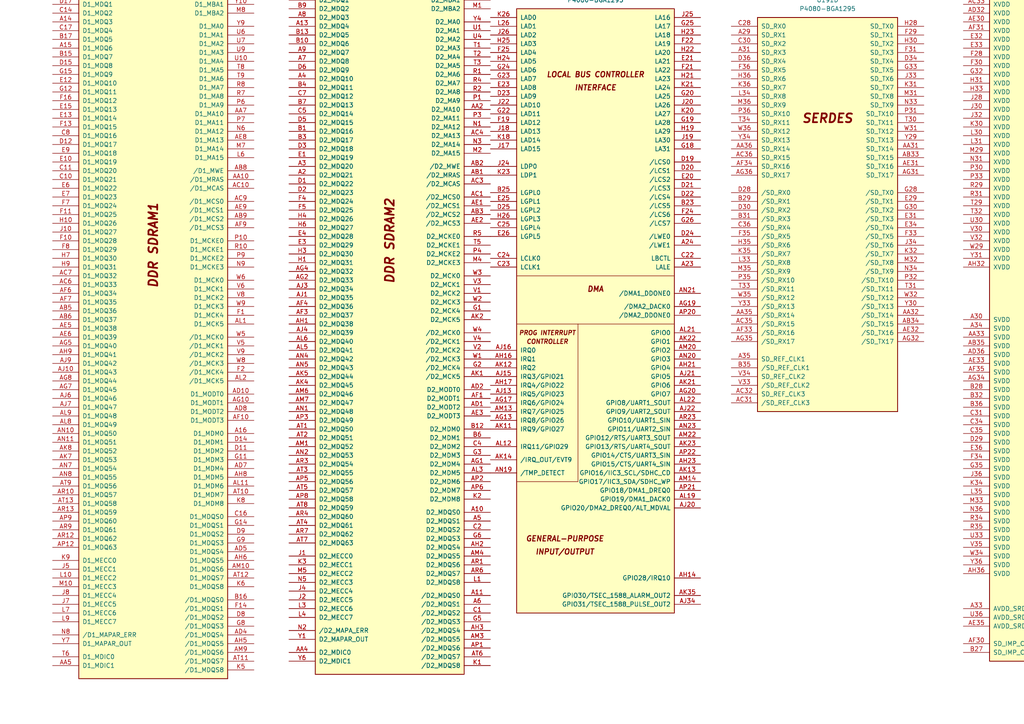
<source format=kicad_sch>
(kicad_sch (version 20250114) (generator "eeschema") (generator_version "9.0")
  (paper "A4")
  (lib_symbols
    (symbol "CPU:P4080-BGA1295" (pin_names (offset 1.016))
      (property "Reference" "U" (at 1.27 19.05 0))
      (property "Value" "P4080-BGA1295" (at 1.27 16.51 0))
      (symbol "P4080-BGA1295_1_1"
        (text "DDR SDRAM1" (at 1.27 26.67 900) (effects (font (size 2.54 2.54) (bold yes) (italic yes))))
        (pin bidirectional line (at -27.94 99.06 0) (length 7.62) (name "D1_MDQ0") (number "A17"))
        (pin bidirectional line (at -27.94 96.52 0) (length 7.62) (name "D1_MDQ1") (number "D17"))
        (pin bidirectional line (at -27.94 93.98 0) (length 7.62) (name "D1_MDQ2") (number "C14"))
        (pin bidirectional line (at -27.94 91.44 0) (length 7.62) (name "D1_MDQ3") (number "A14"))
        (pin bidirectional line (at -27.94 88.9 0) (length 7.62) (name "D1_MDQ4") (number "C17"))
        (pin bidirectional line (at -27.94 86.36 0) (length 7.62) (name "D1_MDQ5") (number "B17"))
        (pin bidirectional line (at -27.94 83.82 0) (length 7.62) (name "D1_MDQ6") (number "A15"))
        (pin bidirectional line (at -27.94 81.28 0) (length 7.62) (name "D1_MDQ7") (number "B15"))
        (pin bidirectional line (at -27.94 78.74 0) (length 7.62) (name "D1_MDQ8") (number "D15"))
        (pin bidirectional line (at -27.94 76.2 0) (length 7.62) (name "D1_MDQ9") (number "G15"))
        (pin bidirectional line (at -27.94 73.66 0) (length 7.62) (name "D1_MDQ10") (number "E12"))
        (pin bidirectional line (at -27.94 71.12 0) (length 7.62) (name "D1_MDQ11") (number "G12"))
        (pin bidirectional line (at -27.94 68.58 0) (length 7.62) (name "D1_MDQ12") (number "F16"))
        (pin bidirectional line (at -27.94 66.04 0) (length 7.62) (name "D1_MDQ13") (number "E15"))
        (pin bidirectional line (at -27.94 63.5 0) (length 7.62) (name "D1_MDQ14") (number "E13"))
        (pin bidirectional line (at -27.94 60.96 0) (length 7.62) (name "D1_MDQ15") (number "F13"))
        (pin bidirectional line (at -27.94 58.42 0) (length 7.62) (name "D1_MDQ16") (number "C8"))
        (pin bidirectional line (at -27.94 55.88 0) (length 7.62) (name "D1_MDQ17") (number "D12"))
        (pin bidirectional line (at -27.94 53.34 0) (length 7.62) (name "D1_MDQ18") (number "E9"))
        (pin bidirectional line (at -27.94 50.8 0) (length 7.62) (name "D1_MDQ19") (number "E10"))
        (pin bidirectional line (at -27.94 48.26 0) (length 7.62) (name "D1_MDQ20") (number "C11"))
        (pin bidirectional line (at -27.94 45.72 0) (length 7.62) (name "D1_MDQ21") (number "C10"))
        (pin bidirectional line (at -27.94 43.18 0) (length 7.62) (name "D1_MDQ22") (number "E6"))
        (pin bidirectional line (at -27.94 40.64 0) (length 7.62) (name "D1_MDQ23") (number "E7"))
        (pin bidirectional line (at -27.94 38.1 0) (length 7.62) (name "D1_MDQ24") (number "F7"))
        (pin bidirectional line (at -27.94 35.56 0) (length 7.62) (name "D1_MDQ25") (number "F11"))
        (pin bidirectional line (at -27.94 33.02 0) (length 7.62) (name "D1_MDQ26") (number "H10"))
        (pin bidirectional line (at -27.94 30.48 0) (length 7.62) (name "D1_MDQ27") (number "J10"))
        (pin bidirectional line (at -27.94 27.94 0) (length 7.62) (name "D1_MDQ28") (number "F10"))
        (pin bidirectional line (at -27.94 25.4 0) (length 7.62) (name "D1_MDQ29") (number "F8"))
        (pin bidirectional line (at -27.94 22.86 0) (length 7.62) (name "D1_MDQ30") (number "H7"))
        (pin bidirectional line (at -27.94 20.32 0) (length 7.62) (name "D1_MDQ31") (number "H9"))
        (pin bidirectional line (at -27.94 17.78 0) (length 7.62) (name "D1_MDQ32") (number "AC7"))
        (pin bidirectional line (at -27.94 15.24 0) (length 7.62) (name "D1_MDQ33") (number "AC6"))
        (pin bidirectional line (at -27.94 12.7 0) (length 7.62) (name "D1_MDQ34") (number "AF6"))
        (pin bidirectional line (at -27.94 10.16 0) (length 7.62) (name "D1_MDQ35") (number "AF7"))
        (pin bidirectional line (at -27.94 7.62 0) (length 7.62) (name "D1_MDQ36") (number "AB5"))
        (pin bidirectional line (at -27.94 5.08 0) (length 7.62) (name "D1_MDQ37") (number "AB6"))
        (pin bidirectional line (at -27.94 2.54 0) (length 7.62) (name "D1_MDQ38") (number "AE5"))
        (pin bidirectional line (at -27.94 0 0) (length 7.62) (name "D1_MDQ39") (number "AE6"))
        (pin bidirectional line (at -27.94 -2.54 0) (length 7.62) (name "D1_MDQ40") (number "AG5"))
        (pin bidirectional line (at -27.94 -5.08 0) (length 7.62) (name "D1_MDQ41") (number "AH9"))
        (pin bidirectional line (at -27.94 -7.62 0) (length 7.62) (name "D1_MDQ42") (number "AJ9"))
        (pin bidirectional line (at -27.94 -10.16 0) (length 7.62) (name "D1_MDQ43") (number "AJ10"))
        (pin bidirectional line (at -27.94 -12.7 0) (length 7.62) (name "D1_MDQ44") (number "AG8"))
        (pin bidirectional line (at -27.94 -15.24 0) (length 7.62) (name "D1_MDQ45") (number "AG7"))
        (pin bidirectional line (at -27.94 -17.78 0) (length 7.62) (name "D1_MDQ46") (number "AJ6"))
        (pin bidirectional line (at -27.94 -20.32 0) (length 7.62) (name "D1_MDQ47") (number "AJ7"))
        (pin bidirectional line (at -27.94 -22.86 0) (length 7.62) (name "D1_MDQ48") (number "AL9"))
        (pin bidirectional line (at -27.94 -25.4 0) (length 7.62) (name "D1_MDQ49") (number "AL8"))
        (pin bidirectional line (at -27.94 -27.94 0) (length 7.62) (name "D1_MDQ50") (number "AN10"))
        (pin bidirectional line (at -27.94 -30.48 0) (length 7.62) (name "D1_MDQ51") (number "AN11"))
        (pin bidirectional line (at -27.94 -33.02 0) (length 7.62) (name "D1_MDQ52") (number "AK8"))
        (pin bidirectional line (at -27.94 -35.56 0) (length 7.62) (name "D1_MDQ53") (number "AK7"))
        (pin bidirectional line (at -27.94 -38.1 0) (length 7.62) (name "D1_MDQ54") (number "AN7"))
        (pin bidirectional line (at -27.94 -40.64 0) (length 7.62) (name "D1_MDQ55") (number "AN8"))
        (pin bidirectional line (at -27.94 -43.18 0) (length 7.62) (name "D1_MDQ56") (number "AT9"))
        (pin bidirectional line (at -27.94 -45.72 0) (length 7.62) (name "D1_MDQ57") (number "AR10"))
        (pin bidirectional line (at -27.94 -48.26 0) (length 7.62) (name "D1_MDQ58") (number "AT13"))
        (pin bidirectional line (at -27.94 -50.8 0) (length 7.62) (name "D1_MDQ59") (number "AR13"))
        (pin bidirectional line (at -27.94 -53.34 0) (length 7.62) (name "D1_MDQ60") (number "AP9"))
        (pin bidirectional line (at -27.94 -55.88 0) (length 7.62) (name "D1_MDQ61") (number "AR9"))
        (pin bidirectional line (at -27.94 -58.42 0) (length 7.62) (name "D1_MDQ62") (number "AR12"))
        (pin bidirectional line (at -27.94 -60.96 0) (length 7.62) (name "D1_MDQ63") (number "AP12"))
        (pin bidirectional line (at -27.94 -64.77 0) (length 7.62) (name "D1_MECC0") (number "K9"))
        (pin bidirectional line (at -27.94 -67.31 0) (length 7.62) (name "D1_MECC1") (number "J5"))
        (pin bidirectional line (at -27.94 -69.85 0) (length 7.62) (name "D1_MECC2") (number "L10"))
        (pin bidirectional line (at -27.94 -72.39 0) (length 7.62) (name "D1_MECC3") (number "M10"))
        (pin bidirectional line (at -27.94 -74.93 0) (length 7.62) (name "D1_MECC4") (number "J8"))
        (pin bidirectional line (at -27.94 -77.47 0) (length 7.62) (name "D1_MECC5") (number "J7"))
        (pin bidirectional line (at -27.94 -80.01 0) (length 7.62) (name "D1_MECC6") (number "L7"))
        (pin bidirectional line (at -27.94 -82.55 0) (length 7.62) (name "D1_MECC7") (number "L9"))
        (pin input line (at -27.94 -86.36 0) (length 7.62) (name "/D1_MAPAR_ERR") (number "N8"))
        (pin output line (at -27.94 -88.9 0) (length 7.62) (name "D1_MAPAR_OUT") (number "Y7"))
        (pin bidirectional line (at -27.94 -92.71 0) (length 7.62) (name "D1_MDIC0") (number "T6"))
        (pin bidirectional line (at -27.94 -95.25 0) (length 7.62) (name "D1_MDIC1") (number "AA5"))
        (pin output line (at 30.48 99.06 180) (length 7.62) (name "D1_MBA0") (number "AA8"))
        (pin output line (at 30.48 96.52 180) (length 7.62) (name "D1_MBA1") (number "Y10"))
        (pin output line (at 30.48 93.98 180) (length 7.62) (name "D1_MBA2") (number "M8"))
        (pin output line (at 30.48 90.17 180) (length 7.62) (name "D1_MA0") (number "Y9"))
        (pin output line (at 30.48 87.63 180) (length 7.62) (name "D1_MA1") (number "U6"))
        (pin output line (at 30.48 85.09 180) (length 7.62) (name "D1_MA2") (number "U7"))
        (pin output line (at 30.48 82.55 180) (length 7.62) (name "D1_MA3") (number "U9"))
        (pin output line (at 30.48 80.01 180) (length 7.62) (name "D1_MA4") (number "U10"))
        (pin output line (at 30.48 77.47 180) (length 7.62) (name "D1_MA5") (number "T8"))
        (pin output line (at 30.48 74.93 180) (length 7.62) (name "D1_MA6") (number "T9"))
        (pin output line (at 30.48 72.39 180) (length 7.62) (name "D1_MA7") (number "R8"))
        (pin output line (at 30.48 69.85 180) (length 7.62) (name "D1_MA8") (number "R7"))
        (pin output line (at 30.48 67.31 180) (length 7.62) (name "D1_MA9") (number "P6"))
        (pin output line (at 30.48 64.77 180) (length 7.62) (name "D1_MA10") (number "AA7"))
        (pin output line (at 30.48 62.23 180) (length 7.62) (name "D1_MA11") (number "P7"))
        (pin output line (at 30.48 59.69 180) (length 7.62) (name "D1_MA12") (number "N6"))
        (pin output line (at 30.48 57.15 180) (length 7.62) (name "D1_MA13") (number "AE8"))
        (pin output line (at 30.48 54.61 180) (length 7.62) (name "D1_MA14") (number "M7"))
        (pin output line (at 30.48 52.07 180) (length 7.62) (name "D1_MA15") (number "L6"))
        (pin output line (at 30.48 48.26 180) (length 7.62) (name "/D1_MWE") (number "AB8"))
        (pin output line (at 30.48 45.72 180) (length 7.62) (name "/D1_MRAS") (number "AA10"))
        (pin output line (at 30.48 43.18 180) (length 7.62) (name "/D1_MCAS") (number "AC10"))
        (pin output line (at 30.48 39.37 180) (length 7.62) (name "/D1_MCS0") (number "AC9"))
        (pin output line (at 30.48 36.83 180) (length 7.62) (name "/D1_MCS1") (number "AE9"))
        (pin output line (at 30.48 34.29 180) (length 7.62) (name "/D1_MCS2") (number "AB9"))
        (pin output line (at 30.48 31.75 180) (length 7.62) (name "/D1_MCS3") (number "AF9"))
        (pin output line (at 30.48 27.94 180) (length 7.62) (name "D1_MCKE0") (number "P10"))
        (pin output line (at 30.48 25.4 180) (length 7.62) (name "D1_MCKE1") (number "R10"))
        (pin output line (at 30.48 22.86 180) (length 7.62) (name "D1_MCKE2") (number "P9"))
        (pin output line (at 30.48 20.32 180) (length 7.62) (name "D1_MCKE3") (number "N9"))
        (pin output line (at 30.48 16.51 180) (length 7.62) (name "D1_MCK0") (number "W6"))
        (pin output line (at 30.48 13.97 180) (length 7.62) (name "D1_MCK1") (number "V6"))
        (pin output line (at 30.48 11.43 180) (length 7.62) (name "D1_MCK2") (number "V8"))
        (pin output line (at 30.48 8.89 180) (length 7.62) (name "D1_MCK3") (number "W9"))
        (pin output line (at 30.48 6.35 180) (length 7.62) (name "D1_MCK4") (number "F1"))
        (pin output line (at 30.48 3.81 180) (length 7.62) (name "D1_MCK5") (number "AL1"))
        (pin output line (at 30.48 0 180) (length 7.62) (name "/D1_MCK0") (number "W5"))
        (pin output line (at 30.48 -2.54 180) (length 7.62) (name "/D1_MCK1") (number "V5"))
        (pin output line (at 30.48 -5.08 180) (length 7.62) (name "/D1_MCK2") (number "V9"))
        (pin output line (at 30.48 -7.62 180) (length 7.62) (name "/D1_MCK3") (number "W8"))
        (pin output line (at 30.48 -10.16 180) (length 7.62) (name "/D1_MCK4") (number "F2"))
        (pin output line (at 30.48 -12.7 180) (length 7.62) (name "/D1_MCK5") (number "AL2"))
        (pin output line (at 30.48 -16.51 180) (length 7.62) (name "D1_MODT0") (number "AD10"))
        (pin output line (at 30.48 -19.05 180) (length 7.62) (name "D1_MODT1") (number "AG10"))
        (pin output line (at 30.48 -21.59 180) (length 7.62) (name "D1_MODT2") (number "AD8"))
        (pin output line (at 30.48 -24.13 180) (length 7.62) (name "D1_MODT3") (number "AF10"))
        (pin output line (at 30.48 -27.94 180) (length 7.62) (name "D1_MDM0") (number "A16"))
        (pin output line (at 30.48 -30.48 180) (length 7.62) (name "D1_MDM1") (number "D14"))
        (pin output line (at 30.48 -33.02 180) (length 7.62) (name "D1_MDM2") (number "D11"))
        (pin output line (at 30.48 -35.56 180) (length 7.62) (name "D1_MDM3") (number "G11"))
        (pin output line (at 30.48 -38.1 180) (length 7.62) (name "D1_MDM4") (number "AD7"))
        (pin output line (at 30.48 -40.64 180) (length 7.62) (name "D1_MDM5") (number "AH8"))
        (pin output line (at 30.48 -43.18 180) (length 7.62) (name "D1_MDM6") (number "AL11"))
        (pin output line (at 30.48 -45.72 180) (length 7.62) (name "D1_MDM7") (number "AT10"))
        (pin output line (at 30.48 -48.26 180) (length 7.62) (name "D1_MDM8") (number "K8"))
        (pin bidirectional line (at 30.48 -52.07 180) (length 7.62) (name "D1_MDQS0") (number "C16"))
        (pin bidirectional line (at 30.48 -54.61 180) (length 7.62) (name "D1_MDQS1") (number "G14"))
        (pin bidirectional line (at 30.48 -57.15 180) (length 7.62) (name "D1_MDQS2") (number "D9"))
        (pin bidirectional line (at 30.48 -59.69 180) (length 7.62) (name "D1_MDQS3") (number "G9"))
        (pin bidirectional line (at 30.48 -62.23 180) (length 7.62) (name "D1_MDQS4") (number "AD5"))
        (pin bidirectional line (at 30.48 -64.77 180) (length 7.62) (name "D1_MDQS5") (number "AH6"))
        (pin bidirectional line (at 30.48 -67.31 180) (length 7.62) (name "D1_MDQS6") (number "AM10"))
        (pin bidirectional line (at 30.48 -69.85 180) (length 7.62) (name "D1_MDQS7") (number "AT12"))
        (pin bidirectional line (at 30.48 -72.39 180) (length 7.62) (name "D1_MDQS8") (number "K6"))
        (pin bidirectional line (at 30.48 -76.2 180) (length 7.62) (name "/D1_MDQS0") (number "B16"))
        (pin bidirectional line (at 30.48 -78.74 180) (length 7.62) (name "/D1_MDQS1") (number "F14"))
        (pin bidirectional line (at 30.48 -81.28 180) (length 7.62) (name "/D1_MDQS2") (number "D8"))
        (pin bidirectional line (at 30.48 -83.82 180) (length 7.62) (name "/D1_MDQS3") (number "G8"))
        (pin bidirectional line (at 30.48 -86.36 180) (length 7.62) (name "/D1_MDQS4") (number "AD4"))
        (pin bidirectional line (at 30.48 -88.9 180) (length 7.62) (name "/D1_MDQS5") (number "AH5"))
        (pin bidirectional line (at 30.48 -91.44 180) (length 7.62) (name "/D1_MDQS6") (number "AM9"))
        (pin bidirectional line (at 30.48 -93.98 180) (length 7.62) (name "/D1_MDQS7") (number "AT11"))
        (pin bidirectional line (at 30.48 -96.52 180) (length 7.62) (name "/D1_MDQS8") (number "K5"))
      )
      (symbol "P4080-BGA1295_2_1"
        (text "DDR SDRAM2" (at 1.27 26.67 900) (effects (font (size 2.54 2.54) (bold yes) (italic yes))))
        (pin bidirectional line (at -27.94 99.06 0) (length 7.62) (name "D2_MDQ0") (number "C13"))
        (pin bidirectional line (at -27.94 96.52 0) (length 7.62) (name "D2_MDQ1") (number "A12"))
        (pin bidirectional line (at -27.94 93.98 0) (length 7.62) (name "D2_MDQ2") (number "B9"))
        (pin bidirectional line (at -27.94 91.44 0) (length 7.62) (name "D2_MDQ3") (number "A8"))
        (pin bidirectional line (at -27.94 88.9 0) (length 7.62) (name "D2_MDQ4") (number "A13"))
        (pin bidirectional line (at -27.94 86.36 0) (length 7.62) (name "D2_MDQ5") (number "B13"))
        (pin bidirectional line (at -27.94 83.82 0) (length 7.62) (name "D2_MDQ6") (number "B10"))
        (pin bidirectional line (at -27.94 81.28 0) (length 7.62) (name "D2_MDQ7") (number "A9"))
        (pin bidirectional line (at -27.94 78.74 0) (length 7.62) (name "D2_MDQ8") (number "A7"))
        (pin bidirectional line (at -27.94 76.2 0) (length 7.62) (name "D2_MDQ9") (number "D6"))
        (pin bidirectional line (at -27.94 73.66 0) (length 7.62) (name "D2_MDQ10") (number "A4"))
        (pin bidirectional line (at -27.94 71.12 0) (length 7.62) (name "D2_MDQ11") (number "B4"))
        (pin bidirectional line (at -27.94 68.58 0) (length 7.62) (name "D2_MDQ12") (number "C7"))
        (pin bidirectional line (at -27.94 66.04 0) (length 7.62) (name "D2_MDQ13") (number "B7"))
        (pin bidirectional line (at -27.94 63.5 0) (length 7.62) (name "D2_MDQ14") (number "C5"))
        (pin bidirectional line (at -27.94 60.96 0) (length 7.62) (name "D2_MDQ15") (number "D5"))
        (pin bidirectional line (at -27.94 58.42 0) (length 7.62) (name "D2_MDQ16") (number "B1"))
        (pin bidirectional line (at -27.94 55.88 0) (length 7.62) (name "D2_MDQ17") (number "B3"))
        (pin bidirectional line (at -27.94 53.34 0) (length 7.62) (name "D2_MDQ18") (number "D3"))
        (pin bidirectional line (at -27.94 50.8 0) (length 7.62) (name "D2_MDQ19") (number "E1"))
        (pin bidirectional line (at -27.94 48.26 0) (length 7.62) (name "D2_MDQ20") (number "A3"))
        (pin bidirectional line (at -27.94 45.72 0) (length 7.62) (name "D2_MDQ21") (number "A2"))
        (pin bidirectional line (at -27.94 43.18 0) (length 7.62) (name "D2_MDQ22") (number "D1"))
        (pin bidirectional line (at -27.94 40.64 0) (length 7.62) (name "D2_MDQ23") (number "D2"))
        (pin bidirectional line (at -27.94 38.1 0) (length 7.62) (name "D2_MDQ24") (number "F4"))
        (pin bidirectional line (at -27.94 35.56 0) (length 7.62) (name "D2_MDQ25") (number "F5"))
        (pin bidirectional line (at -27.94 33.02 0) (length 7.62) (name "D2_MDQ26") (number "H4"))
        (pin bidirectional line (at -27.94 30.48 0) (length 7.62) (name "D2_MDQ27") (number "H6"))
        (pin bidirectional line (at -27.94 27.94 0) (length 7.62) (name "D2_MDQ28") (number "E4"))
        (pin bidirectional line (at -27.94 25.4 0) (length 7.62) (name "D2_MDQ29") (number "E3"))
        (pin bidirectional line (at -27.94 22.86 0) (length 7.62) (name "D2_MDQ30") (number "H3"))
        (pin bidirectional line (at -27.94 20.32 0) (length 7.62) (name "D2_MDQ31") (number "H1"))
        (pin bidirectional line (at -27.94 17.78 0) (length 7.62) (name "D2_MDQ32") (number "AG4"))
        (pin bidirectional line (at -27.94 15.24 0) (length 7.62) (name "D2_MDQ33") (number "AG2"))
        (pin bidirectional line (at -27.94 12.7 0) (length 7.62) (name "D2_MDQ34") (number "AJ3"))
        (pin bidirectional line (at -27.94 10.16 0) (length 7.62) (name "D2_MDQ35") (number "AJ1"))
        (pin bidirectional line (at -27.94 7.62 0) (length 7.62) (name "D2_MDQ36") (number "AF4"))
        (pin bidirectional line (at -27.94 5.08 0) (length 7.62) (name "D2_MDQ37") (number "AF3"))
        (pin bidirectional line (at -27.94 2.54 0) (length 7.62) (name "D2_MDQ38") (number "AH1"))
        (pin bidirectional line (at -27.94 0 0) (length 7.62) (name "D2_MDQ39") (number "AJ4"))
        (pin bidirectional line (at -27.94 -2.54 0) (length 7.62) (name "D2_MDQ40") (number "AL6"))
        (pin bidirectional line (at -27.94 -5.08 0) (length 7.62) (name "D2_MDQ41") (number "AL5"))
        (pin bidirectional line (at -27.94 -7.62 0) (length 7.62) (name "D2_MDQ42") (number "AN4"))
        (pin bidirectional line (at -27.94 -10.16 0) (length 7.62) (name "D2_MDQ43") (number "AN5"))
        (pin bidirectional line (at -27.94 -12.7 0) (length 7.62) (name "D2_MDQ44") (number "AK5"))
        (pin bidirectional line (at -27.94 -15.24 0) (length 7.62) (name "D2_MDQ45") (number "AK4"))
        (pin bidirectional line (at -27.94 -17.78 0) (length 7.62) (name "D2_MDQ46") (number "AM6"))
        (pin bidirectional line (at -27.94 -20.32 0) (length 7.62) (name "D2_MDQ47") (number "AM7"))
        (pin bidirectional line (at -27.94 -22.86 0) (length 7.62) (name "D2_MDQ48") (number "AN1"))
        (pin bidirectional line (at -27.94 -25.4 0) (length 7.62) (name "D2_MDQ49") (number "AP3"))
        (pin bidirectional line (at -27.94 -27.94 0) (length 7.62) (name "D2_MDQ50") (number "AT1"))
        (pin bidirectional line (at -27.94 -30.48 0) (length 7.62) (name "D2_MDQ51") (number "AT2"))
        (pin bidirectional line (at -27.94 -33.02 0) (length 7.62) (name "D2_MDQ52") (number "AM1"))
        (pin bidirectional line (at -27.94 -35.56 0) (length 7.62) (name "D2_MDQ53") (number "AN2"))
        (pin bidirectional line (at -27.94 -38.1 0) (length 7.62) (name "D2_MDQ54") (number "AR3"))
        (pin bidirectional line (at -27.94 -40.64 0) (length 7.62) (name "D2_MDQ55") (number "AT3"))
        (pin bidirectional line (at -27.94 -43.18 0) (length 7.62) (name "D2_MDQ56") (number "AP5"))
        (pin bidirectional line (at -27.94 -45.72 0) (length 7.62) (name "D2_MDQ57") (number "AT5"))
        (pin bidirectional line (at -27.94 -48.26 0) (length 7.62) (name "D2_MDQ58") (number "AP8"))
        (pin bidirectional line (at -27.94 -50.8 0) (length 7.62) (name "D2_MDQ59") (number "AT8"))
        (pin bidirectional line (at -27.94 -53.34 0) (length 7.62) (name "D2_MDQ60") (number "AR4"))
        (pin bidirectional line (at -27.94 -55.88 0) (length 7.62) (name "D2_MDQ61") (number "AT4"))
        (pin bidirectional line (at -27.94 -58.42 0) (length 7.62) (name "D2_MDQ62") (number "AR7"))
        (pin bidirectional line (at -27.94 -60.96 0) (length 7.62) (name "D2_MDQ63") (number "AT7"))
        (pin bidirectional line (at -27.94 -64.77 0) (length 7.62) (name "D2_MECC0") (number "J1"))
        (pin bidirectional line (at -27.94 -67.31 0) (length 7.62) (name "D2_MECC1") (number "K3"))
        (pin bidirectional line (at -27.94 -69.85 0) (length 7.62) (name "D2_MECC2") (number "M5"))
        (pin bidirectional line (at -27.94 -72.39 0) (length 7.62) (name "D2_MECC3") (number "N5"))
        (pin bidirectional line (at -27.94 -74.93 0) (length 7.62) (name "D2_MECC4") (number "J4"))
        (pin bidirectional line (at -27.94 -77.47 0) (length 7.62) (name "D2_MECC5") (number "J2"))
        (pin bidirectional line (at -27.94 -80.01 0) (length 7.62) (name "D2_MECC6") (number "L3"))
        (pin bidirectional line (at -27.94 -82.55 0) (length 7.62) (name "D2_MECC7") (number "L4"))
        (pin input line (at -27.94 -86.36 0) (length 7.62) (name "/D2_MAPA_ERR") (number "N2"))
        (pin output line (at -27.94 -88.9 0) (length 7.62) (name "D2_MAPAR_OUT") (number "Y1"))
        (pin bidirectional line (at -27.94 -92.71 0) (length 7.62) (name "D2_MDIC0") (number "AA4"))
        (pin bidirectional line (at -27.94 -95.25 0) (length 7.62) (name "D2_MDIC1") (number "Y6"))
        (pin output line (at 30.48 99.06 180) (length 7.62) (name "D2_MBA0") (number "AA3"))
        (pin output line (at 30.48 96.52 180) (length 7.62) (name "D2_MBA1") (number "AA1"))
        (pin output line (at 30.48 93.98 180) (length 7.62) (name "D2_MBA2") (number "M1"))
        (pin output line (at 30.48 90.17 180) (length 7.62) (name "D2_MA0") (number "Y4"))
        (pin output line (at 30.48 87.63 180) (length 7.62) (name "D2_MA1") (number "U1"))
        (pin output line (at 30.48 85.09 180) (length 7.62) (name "D2_MA2") (number "U4"))
        (pin output line (at 30.48 82.55 180) (length 7.62) (name "D2_MA3") (number "T1"))
        (pin output line (at 30.48 80.01 180) (length 7.62) (name "D2_MA4") (number "T2"))
        (pin output line (at 30.48 77.47 180) (length 7.62) (name "D2_MA5") (number "T3"))
        (pin output line (at 30.48 74.93 180) (length 7.62) (name "D2_MA6") (number "R1"))
        (pin output line (at 30.48 72.39 180) (length 7.62) (name "D2_MA7") (number "R4"))
        (pin output line (at 30.48 69.85 180) (length 7.62) (name "D2_MA8") (number "R2"))
        (pin output line (at 30.48 67.31 180) (length 7.62) (name "D2_MA9") (number "P1"))
        (pin output line (at 30.48 64.77 180) (length 7.62) (name "D2_MA10") (number "AA2"))
        (pin output line (at 30.48 62.23 180) (length 7.62) (name "D2_MA11") (number "P3"))
        (pin output line (at 30.48 59.69 180) (length 7.62) (name "D2_MA12") (number "N1"))
        (pin output line (at 30.48 57.15 180) (length 7.62) (name "D2_MA13") (number "AC4"))
        (pin output line (at 30.48 54.61 180) (length 7.62) (name "D2_MA14") (number "N3"))
        (pin output line (at 30.48 52.07 180) (length 7.62) (name "D2_MA15") (number "M2"))
        (pin output line (at 30.48 48.26 180) (length 7.62) (name "/D2_MWE") (number "AB2"))
        (pin output line (at 30.48 45.72 180) (length 7.62) (name "/D2_MRAS") (number "AB1"))
        (pin output line (at 30.48 43.18 180) (length 7.62) (name "/D2_MCAS") (number "AC3"))
        (pin output line (at 30.48 39.37 180) (length 7.62) (name "/D2_MCS0") (number "AC1"))
        (pin output line (at 30.48 36.83 180) (length 7.62) (name "/D2_MCS1") (number "AE1"))
        (pin output line (at 30.48 34.29 180) (length 7.62) (name "/D2_MCS2") (number "AB3"))
        (pin output line (at 30.48 31.75 180) (length 7.62) (name "/D2_MCS3") (number "AE2"))
        (pin output line (at 30.48 27.94 180) (length 7.62) (name "D2_MCKE0") (number "R5"))
        (pin output line (at 30.48 25.4 180) (length 7.62) (name "D2_MCKE1") (number "T5"))
        (pin output line (at 30.48 22.86 180) (length 7.62) (name "D2_MCKE2") (number "P4"))
        (pin output line (at 30.48 20.32 180) (length 7.62) (name "D2_MCKE3") (number "M4"))
        (pin output line (at 30.48 16.51 180) (length 7.62) (name "D2_MCK0") (number "W3"))
        (pin output line (at 30.48 13.97 180) (length 7.62) (name "D2_MCK1") (number "V3"))
        (pin output line (at 30.48 11.43 180) (length 7.62) (name "D2_MCK2") (number "V1"))
        (pin output line (at 30.48 8.89 180) (length 7.62) (name "D2_MCK3") (number "W2"))
        (pin output line (at 30.48 6.35 180) (length 7.62) (name "D2_MCK4") (number "G1"))
        (pin output line (at 30.48 3.81 180) (length 7.62) (name "D2_MCK5") (number "AK2"))
        (pin output line (at 30.48 0 180) (length 7.62) (name "/D2_MCK0") (number "W4"))
        (pin output line (at 30.48 -2.54 180) (length 7.62) (name "/D2_MCK1") (number "V4"))
        (pin output line (at 30.48 -5.08 180) (length 7.62) (name "/D2_MCK2") (number "V2"))
        (pin output line (at 30.48 -7.62 180) (length 7.62) (name "/D2_MCK3") (number "W1"))
        (pin output line (at 30.48 -10.16 180) (length 7.62) (name "/D2_MCK4") (number "G2"))
        (pin output line (at 30.48 -12.7 180) (length 7.62) (name "/D2_MCK5") (number "AK1"))
        (pin output line (at 30.48 -16.51 180) (length 7.62) (name "D2_MODT0") (number "AD2"))
        (pin output line (at 30.48 -19.05 180) (length 7.62) (name "D2_MODT1") (number "AF1"))
        (pin output line (at 30.48 -21.59 180) (length 7.62) (name "D2_MODT2") (number "AD1"))
        (pin output line (at 30.48 -24.13 180) (length 7.62) (name "D2_MODT3") (number "AE3"))
        (pin output line (at 30.48 -27.94 180) (length 7.62) (name "D2_MDM0") (number "B12"))
        (pin output line (at 30.48 -30.48 180) (length 7.62) (name "D2_MDM1") (number "B6"))
        (pin output line (at 30.48 -33.02 180) (length 7.62) (name "D2_MDM2") (number "C4"))
        (pin output line (at 30.48 -35.56 180) (length 7.62) (name "D2_MDM3") (number "G3"))
        (pin output line (at 30.48 -38.1 180) (length 7.62) (name "D2_MDM4") (number "AG1"))
        (pin output line (at 30.48 -40.64 180) (length 7.62) (name "D2_MDM5") (number "AL3"))
        (pin output line (at 30.48 -43.18 180) (length 7.62) (name "D2_MDM6") (number "AP2"))
        (pin output line (at 30.48 -45.72 180) (length 7.62) (name "D2_MDM7") (number "AP6"))
        (pin output line (at 30.48 -48.26 180) (length 7.62) (name "D2_MDM8") (number "K2"))
        (pin bidirectional line (at 30.48 -52.07 180) (length 7.62) (name "D2_MDQS0") (number "A10"))
        (pin bidirectional line (at 30.48 -54.61 180) (length 7.62) (name "D2_MDQS1") (number "A5"))
        (pin bidirectional line (at 30.48 -57.15 180) (length 7.62) (name "D2_MDQS2") (number "C2"))
        (pin bidirectional line (at 30.48 -59.69 180) (length 7.62) (name "D2_MDQS3") (number "G6"))
        (pin bidirectional line (at 30.48 -62.23 180) (length 7.62) (name "D2_MDQS4") (number "AH2"))
        (pin bidirectional line (at 30.48 -64.77 180) (length 7.62) (name "D2_MDQS5") (number "AM4"))
        (pin bidirectional line (at 30.48 -67.31 180) (length 7.62) (name "D2_MDQS6") (number "AR1"))
        (pin bidirectional line (at 30.48 -69.85 180) (length 7.62) (name "D2_MDQS7") (number "AR6"))
        (pin bidirectional line (at 30.48 -72.39 180) (length 7.62) (name "D2_MDQS8") (number "L1"))
        (pin bidirectional line (at 30.48 -76.2 180) (length 7.62) (name "/D2_MDQS0") (number "A11"))
        (pin bidirectional line (at 30.48 -78.74 180) (length 7.62) (name "/D2_MDQS1") (number "A6"))
        (pin bidirectional line (at 30.48 -81.28 180) (length 7.62) (name "/D2_MDQS2") (number "C1"))
        (pin bidirectional line (at 30.48 -83.82 180) (length 7.62) (name "/D2_MDQS3") (number "G5"))
        (pin bidirectional line (at 30.48 -86.36 180) (length 7.62) (name "/D2_MDQS4") (number "AH3"))
        (pin bidirectional line (at 30.48 -88.9 180) (length 7.62) (name "/D2_MDQS5") (number "AM3"))
        (pin bidirectional line (at 30.48 -91.44 180) (length 7.62) (name "/D2_MDQS6") (number "AP1"))
        (pin bidirectional line (at 30.48 -93.98 180) (length 7.62) (name "/D2_MDQS7") (number "AT6"))
        (pin bidirectional line (at 30.48 -96.52 180) (length 7.62) (name "/D2_MDQS8") (number "K1"))
      )
      (symbol "P4080-BGA1295_3_1"
        (text "PROG INTERRUPT" (at -13.97 -5.08 0) (effects (font (size 1.27 1.27) (bold yes) (italic yes))))
        (text "CONTROLLER" (at -13.97 -7.62 0) (effects (font (size 1.27 1.27) (bold yes) (italic yes))))
        (text "GENERAL-PURPOSE" (at -8.89 -64.77 0) (effects (font (size 1.524 1.524) (bold yes) (italic yes))))
        (text "INPUT/OUTPUT" (at -8.89 -68.58 0) (effects (font (size 1.524 1.524) (bold yes) (italic yes))))
        (text "LOCAL BUS CONTROLLER" (at 0 69.85 0) (effects (font (size 1.524 1.524) (bold yes) (italic yes))))
        (text "INTERFACE" (at 0 66.04 0) (effects (font (size 1.524 1.524) (bold yes) (italic yes))))
        (text "DMA" (at 0 7.62 0) (effects (font (size 1.524 1.524) (bold yes) (italic yes))))
        (pin bidirectional line (at -30.48 86.36 0) (length 7.62) (name "LAD0") (number "K26"))
        (pin bidirectional line (at -30.48 83.82 0) (length 7.62) (name "LAD1") (number "L26"))
        (pin bidirectional line (at -30.48 81.28 0) (length 7.62) (name "LAD2") (number "J26"))
        (pin bidirectional line (at -30.48 78.74 0) (length 7.62) (name "LAD3") (number "H25"))
        (pin bidirectional line (at -30.48 76.2 0) (length 7.62) (name "LAD4") (number "F25"))
        (pin bidirectional line (at -30.48 73.66 0) (length 7.62) (name "LAD5") (number "H24"))
        (pin bidirectional line (at -30.48 71.12 0) (length 7.62) (name "LAD6") (number "G24"))
        (pin bidirectional line (at -30.48 68.58 0) (length 7.62) (name "LAD7") (number "G23"))
        (pin bidirectional line (at -30.48 66.04 0) (length 7.62) (name "LAD8") (number "E23"))
        (pin bidirectional line (at -30.48 63.5 0) (length 7.62) (name "LAD9") (number "D23"))
        (pin bidirectional line (at -30.48 60.96 0) (length 7.62) (name "LAD10") (number "J22"))
        (pin bidirectional line (at -30.48 58.42 0) (length 7.62) (name "LAD11") (number "G22"))
        (pin bidirectional line (at -30.48 55.88 0) (length 7.62) (name "LAD12") (number "F19"))
        (pin bidirectional line (at -30.48 53.34 0) (length 7.62) (name "LAD13") (number "J18"))
        (pin bidirectional line (at -30.48 50.8 0) (length 7.62) (name "LAD14") (number "K18"))
        (pin bidirectional line (at -30.48 48.26 0) (length 7.62) (name "LAD15") (number "J17"))
        (pin bidirectional line (at -30.48 43.18 0) (length 7.62) (name "LDP0") (number "J24"))
        (pin bidirectional line (at -30.48 40.64 0) (length 7.62) (name "LDP1") (number "K23"))
        (pin output line (at -30.48 35.56 0) (length 7.62) (name "LGPL0") (number "B25"))
        (pin output line (at -30.48 33.02 0) (length 7.62) (name "LGPL1") (number "E25"))
        (pin output line (at -30.48 30.48 0) (length 7.62) (name "LGPL2") (number "D25"))
        (pin output line (at -30.48 27.94 0) (length 7.62) (name "LGPL3") (number "H26"))
        (pin bidirectional line (at -30.48 25.4 0) (length 7.62) (name "LGPL4") (number "C25"))
        (pin output line (at -30.48 22.86 0) (length 7.62) (name "LGPL5") (number "E26"))
        (pin output line (at -30.48 16.51 0) (length 7.62) (name "LCLK0") (number "C24"))
        (pin output line (at -30.48 13.97 0) (length 7.62) (name "LCLK1") (number "C23"))
        (pin input line (at -30.48 -10.16 0) (length 7.62) (name "IRQ0") (number "AJ16"))
        (pin input line (at -30.48 -12.7 0) (length 7.62) (name "IRQ1") (number "AH16"))
        (pin input line (at -30.48 -15.24 0) (length 7.62) (name "IRQ2") (number "AK12"))
        (pin input line (at -30.48 -17.78 0) (length 7.62) (name "IRQ3/GPIO21") (number "AJ15"))
        (pin input line (at -30.48 -20.32 0) (length 7.62) (name "IRQ4/GPIO22") (number "AH17"))
        (pin input line (at -30.48 -22.86 0) (length 7.62) (name "IRQ5/GPIO23") (number "AJ13"))
        (pin input line (at -30.48 -25.4 0) (length 7.62) (name "IRQ6/GPIO24") (number "AG17"))
        (pin input line (at -30.48 -27.94 0) (length 7.62) (name "IRQ7/GPIO25") (number "AM13"))
        (pin input line (at -30.48 -30.48 0) (length 7.62) (name "IRQ8/GPIO26") (number "AG13"))
        (pin input line (at -30.48 -33.02 0) (length 7.62) (name "IRQ9/GPIO27") (number "AK11"))
        (pin input line (at -30.48 -38.1 0) (length 7.62) (name "IRQ11/GPIO29") (number "AL12"))
        (pin output line (at -30.48 -41.91 0) (length 7.62) (name "/IRQ_OUT/EVT9") (number "AK14"))
        (pin input line (at -30.48 -45.72 0) (length 7.62) (name "/TMP_DETECT") (number "AN19"))
        (pin output line (at 30.48 86.36 180) (length 7.62) (name "LA16") (number "J25"))
        (pin output line (at 30.48 83.82 180) (length 7.62) (name "LA17") (number "G25"))
        (pin output line (at 30.48 81.28 180) (length 7.62) (name "LA18") (number "H23"))
        (pin output line (at 30.48 78.74 180) (length 7.62) (name "LA19") (number "F22"))
        (pin output line (at 30.48 76.2 180) (length 7.62) (name "LA20") (number "H22"))
        (pin output line (at 30.48 73.66 180) (length 7.62) (name "LA21") (number "E21"))
        (pin output line (at 30.48 71.12 180) (length 7.62) (name "LA22") (number "F21"))
        (pin output line (at 30.48 68.58 180) (length 7.62) (name "LA23") (number "H21"))
        (pin output line (at 30.48 66.04 180) (length 7.62) (name "LA24") (number "K21"))
        (pin output line (at 30.48 63.5 180) (length 7.62) (name "LA25") (number "G20"))
        (pin output line (at 30.48 60.96 180) (length 7.62) (name "LA26") (number "J20"))
        (pin output line (at 30.48 58.42 180) (length 7.62) (name "LA27") (number "K20"))
        (pin output line (at 30.48 55.88 180) (length 7.62) (name "LA28") (number "G19"))
        (pin output line (at 30.48 53.34 180) (length 7.62) (name "LA29") (number "H19"))
        (pin output line (at 30.48 50.8 180) (length 7.62) (name "LA30") (number "J19"))
        (pin output line (at 30.48 48.26 180) (length 7.62) (name "LA31") (number "G18"))
        (pin output line (at 30.48 44.45 180) (length 7.62) (name "/LCS0") (number "D19"))
        (pin output line (at 30.48 41.91 180) (length 7.62) (name "/LCS1") (number "D20"))
        (pin output line (at 30.48 39.37 180) (length 7.62) (name "/LCS2") (number "E20"))
        (pin output line (at 30.48 36.83 180) (length 7.62) (name "/LCS3") (number "D21"))
        (pin output line (at 30.48 34.29 180) (length 7.62) (name "/LCS4") (number "D22"))
        (pin output line (at 30.48 31.75 180) (length 7.62) (name "/LCS5") (number "B23"))
        (pin output line (at 30.48 29.21 180) (length 7.62) (name "/LCS6") (number "F24"))
        (pin output line (at 30.48 26.67 180) (length 7.62) (name "/LCS7") (number "G26"))
        (pin output line (at 30.48 22.86 180) (length 7.62) (name "/LWE0") (number "D24"))
        (pin output line (at 30.48 20.32 180) (length 7.62) (name "/LWE1") (number "A24"))
        (pin output line (at 30.48 16.51 180) (length 7.62) (name "LBCTL") (number "C22"))
        (pin bidirectional line (at 30.48 13.97 180) (length 7.62) (name "LALE") (number "A23"))
        (pin output line (at 30.48 6.35 180) (length 7.62) (name "/DMA1_DDONE0") (number "AN21"))
        (pin output line (at 30.48 2.54 180) (length 7.62) (name "/DMA2_DACK0") (number "AG19"))
        (pin output line (at 30.48 0 180) (length 7.62) (name "/DMA2_DDONE0") (number "AP20"))
        (pin bidirectional line (at 30.48 -5.08 180) (length 7.62) (name "GPIO0") (number "AL21"))
        (pin bidirectional line (at 30.48 -7.62 180) (length 7.62) (name "GPIO1") (number "AK22"))
        (pin bidirectional line (at 30.48 -10.16 180) (length 7.62) (name "GPIO2") (number "AM20"))
        (pin bidirectional line (at 30.48 -12.7 180) (length 7.62) (name "GPIO3") (number "AN20"))
        (pin bidirectional line (at 30.48 -15.24 180) (length 7.62) (name "GPIO4") (number "AH21"))
        (pin bidirectional line (at 30.48 -17.78 180) (length 7.62) (name "GPIO5") (number "AJ21"))
        (pin bidirectional line (at 30.48 -20.32 180) (length 7.62) (name "GPIO6") (number "AK21"))
        (pin bidirectional line (at 30.48 -22.86 180) (length 7.62) (name "GPIO7") (number "AG20"))
        (pin bidirectional line (at 30.48 -25.4 180) (length 7.62) (name "GPIO8/UART1_SOUT") (number "AL22"))
        (pin bidirectional line (at 30.48 -27.94 180) (length 7.62) (name "GPIO9/UART2_SOUT") (number "AJ22"))
        (pin bidirectional line (at 30.48 -30.48 180) (length 7.62) (name "GPIO10/UART1_SIN") (number "AR23"))
        (pin bidirectional line (at 30.48 -33.02 180) (length 7.62) (name "GPIO11/UART2_SIN") (number "AN23"))
        (pin bidirectional line (at 30.48 -35.56 180) (length 7.62) (name "GPIO12/RTS/UART3_SOUT") (number "AM22"))
        (pin bidirectional line (at 30.48 -38.1 180) (length 7.62) (name "GPIO13/RTS/UART4_SOUT") (number "AK23"))
        (pin bidirectional line (at 30.48 -40.64 180) (length 7.62) (name "GPIO14/CTS/UART3_SIN") (number "AP22"))
        (pin bidirectional line (at 30.48 -43.18 180) (length 7.62) (name "GPIO15/CTS/UART4_SIN") (number "AH23"))
        (pin bidirectional line (at 30.48 -45.72 180) (length 7.62) (name "GPIO16/IIC3_SCL/SDHC_CD") (number "AK13"))
        (pin bidirectional line (at 30.48 -48.26 180) (length 7.62) (name "GPIO17/IIC3_SDA/SDHC_WP") (number "AM14"))
        (pin bidirectional line (at 30.48 -50.8 180) (length 7.62) (name "GPIO18/DMA1_DREQ0") (number "AP21"))
        (pin bidirectional line (at 30.48 -53.34 180) (length 7.62) (name "GPIO19/DMA1_DACK0") (number "AL19"))
        (pin bidirectional line (at 30.48 -55.88 180) (length 7.62) (name "GPIO20/DMA2_DREQ0/ALT_MDVAL") (number "AJ20"))
        (pin bidirectional line (at 30.48 -76.2 180) (length 7.62) (name "GPIO28/IRQ10") (number "AH14"))
        (pin bidirectional line (at 30.48 -81.28 180) (length 7.62) (name "GPIO30/TSEC_1588_ALARM_OUT2") (number "AK35"))
        (pin bidirectional line (at 30.48 -83.82 180) (length 7.62) (name "GPIO31/TSEC_1588_PULSE_OUT2") (number "AJ34"))
      )
      (symbol "P4080-BGA1295_4_1"
        (text "SERDES" (at 0 29.21 0) (effects (font (size 2.54 2.54) (bold yes) (italic yes))))
        (pin input line (at -27.94 55.88 0) (length 7.62) (name "SD_RX0") (number "C28"))
        (pin input line (at -27.94 53.34 0) (length 7.62) (name "SD_RX1") (number "A29"))
        (pin input line (at -27.94 50.8 0) (length 7.62) (name "SD_RX2") (number "C30"))
        (pin input line (at -27.94 48.26 0) (length 7.62) (name "SD_RX3") (number "A31"))
        (pin input line (at -27.94 45.72 0) (length 7.62) (name "SD_RX4") (number "D36"))
        (pin input line (at -27.94 43.18 0) (length 7.62) (name "SD_RX5") (number "F36"))
        (pin input line (at -27.94 40.64 0) (length 7.62) (name "SD_RX6") (number "H36"))
        (pin input line (at -27.94 38.1 0) (length 7.62) (name "SD_RX7") (number "K36"))
        (pin input line (at -27.94 35.56 0) (length 7.62) (name "SD_RX8") (number "L34"))
        (pin input line (at -27.94 33.02 0) (length 7.62) (name "SD_RX9") (number "M36"))
        (pin input line (at -27.94 30.48 0) (length 7.62) (name "SD_RX10") (number "P36"))
        (pin input line (at -27.94 27.94 0) (length 7.62) (name "SD_RX11") (number "T34"))
        (pin input line (at -27.94 25.4 0) (length 7.62) (name "SD_RX12") (number "W36"))
        (pin input line (at -27.94 22.86 0) (length 7.62) (name "SD_RX13") (number "Y34"))
        (pin input line (at -27.94 20.32 0) (length 7.62) (name "SD_RX14") (number "AA36"))
        (pin input line (at -27.94 17.78 0) (length 7.62) (name "SD_RX15") (number "AC36"))
        (pin input line (at -27.94 15.24 0) (length 7.62) (name "SD_RX16") (number "AF34"))
        (pin input line (at -27.94 12.7 0) (length 7.62) (name "SD_RX17") (number "AG36"))
        (pin input line (at -27.94 7.62 0) (length 7.62) (name "/SD_RX0") (number "D28"))
        (pin input line (at -27.94 5.08 0) (length 7.62) (name "/SD_RX1") (number "B29"))
        (pin input line (at -27.94 2.54 0) (length 7.62) (name "/SD_RX2") (number "D30"))
        (pin input line (at -27.94 0 0) (length 7.62) (name "/SD_RX3") (number "B31"))
        (pin input line (at -27.94 -2.54 0) (length 7.62) (name "/SD_RX4") (number "C36"))
        (pin input line (at -27.94 -5.08 0) (length 7.62) (name "/SD_RX5") (number "F35"))
        (pin input line (at -27.94 -7.62 0) (length 7.62) (name "/SD_RX6") (number "H35"))
        (pin input line (at -27.94 -10.16 0) (length 7.62) (name "/SD_RX7") (number "K35"))
        (pin input line (at -27.94 -12.7 0) (length 7.62) (name "/SD_RX8") (number "L33"))
        (pin input line (at -27.94 -15.24 0) (length 7.62) (name "/SD_RX9") (number "M35"))
        (pin input line (at -27.94 -17.78 0) (length 7.62) (name "/SD_RX10") (number "P35"))
        (pin input line (at -27.94 -20.32 0) (length 7.62) (name "/SD_RX11") (number "T33"))
        (pin input line (at -27.94 -22.86 0) (length 7.62) (name "/SD_RX12") (number "W35"))
        (pin input line (at -27.94 -25.4 0) (length 7.62) (name "/SD_RX13") (number "Y33"))
        (pin input line (at -27.94 -27.94 0) (length 7.62) (name "/SD_RX14") (number "AA35"))
        (pin input line (at -27.94 -30.48 0) (length 7.62) (name "/SD_RX15") (number "AC35"))
        (pin input line (at -27.94 -33.02 0) (length 7.62) (name "/SD_RX16") (number "AF33"))
        (pin input line (at -27.94 -35.56 0) (length 7.62) (name "/SD_RX17") (number "AG35"))
        (pin input line (at -27.94 -40.64 0) (length 7.62) (name "SD_REF_CLK1") (number "A35"))
        (pin input line (at -27.94 -43.18 0) (length 7.62) (name "/SD_REF_CLK1") (number "B35"))
        (pin input line (at -27.94 -45.72 0) (length 7.62) (name "SD_REF_CLK2") (number "V34"))
        (pin input line (at -27.94 -48.26 0) (length 7.62) (name "/SD_REF_CLK2") (number "V33"))
        (pin input line (at -27.94 -50.8 0) (length 7.62) (name "SD_REF_CLK3") (number "AC32"))
        (pin input line (at -27.94 -53.34 0) (length 7.62) (name "/SD_REF_CLK3") (number "AC31"))
        (pin output line (at 27.94 55.88 180) (length 7.62) (name "SD_TX0") (number "H28"))
        (pin output line (at 27.94 53.34 180) (length 7.62) (name "SD_TX1") (number "F29"))
        (pin output line (at 27.94 50.8 180) (length 7.62) (name "SD_TX2") (number "H30"))
        (pin output line (at 27.94 48.26 180) (length 7.62) (name "SD_TX3") (number "F31"))
        (pin output line (at 27.94 45.72 180) (length 7.62) (name "SD_TX4") (number "D34"))
        (pin output line (at 27.94 43.18 180) (length 7.62) (name "SD_TX5") (number "G33"))
        (pin output line (at 27.94 40.64 180) (length 7.62) (name "SD_TX6") (number "J33"))
        (pin output line (at 27.94 38.1 180) (length 7.62) (name "SD_TX7") (number "K31"))
        (pin output line (at 27.94 35.56 180) (length 7.62) (name "SD_TX8") (number "M31"))
        (pin output line (at 27.94 33.02 180) (length 7.62) (name "SD_TX9") (number "N33"))
        (pin output line (at 27.94 30.48 180) (length 7.62) (name "SD_TX10") (number "P31"))
        (pin output line (at 27.94 27.94 180) (length 7.62) (name "SD_TX11") (number "T30"))
        (pin output line (at 27.94 25.4 180) (length 7.62) (name "SD_TX12") (number "W31"))
        (pin output line (at 27.94 22.86 180) (length 7.62) (name "SD_TX13") (number "Y29"))
        (pin output line (at 27.94 20.32 180) (length 7.62) (name "SD_TX14") (number "AA31"))
        (pin output line (at 27.94 17.78 180) (length 7.62) (name "SD_TX15") (number "AB33"))
        (pin output line (at 27.94 15.24 180) (length 7.62) (name "SD_TX16") (number "AE31"))
        (pin output line (at 27.94 12.7 180) (length 7.62) (name "SD_TX17") (number "AG31"))
        (pin output line (at 27.94 7.62 180) (length 7.62) (name "/SD_TX0") (number "G28"))
        (pin output line (at 27.94 5.08 180) (length 7.62) (name "/SD_TX1") (number "E29"))
        (pin output line (at 27.94 2.54 180) (length 7.62) (name "/SD_TX2") (number "G30"))
        (pin output line (at 27.94 0 180) (length 7.62) (name "/SD_TX3") (number "E31"))
        (pin output line (at 27.94 -2.54 180) (length 7.62) (name "/SD_TX4") (number "E34"))
        (pin output line (at 27.94 -5.08 180) (length 7.62) (name "/SD_TX5") (number "F33"))
        (pin output line (at 27.94 -7.62 180) (length 7.62) (name "/SD_TX6") (number "J34"))
        (pin output line (at 27.94 -10.16 180) (length 7.62) (name "/SD_TX7") (number "K32"))
        (pin output line (at 27.94 -12.7 180) (length 7.62) (name "/SD_TX8") (number "M32"))
        (pin output line (at 27.94 -15.24 180) (length 7.62) (name "/SD_TX9") (number "N34"))
        (pin output line (at 27.94 -17.78 180) (length 7.62) (name "/SD_TX10") (number "P32"))
        (pin output line (at 27.94 -20.32 180) (length 7.62) (name "/SD_TX11") (number "T31"))
        (pin output line (at 27.94 -22.86 180) (length 7.62) (name "/SD_TX12") (number "W32"))
        (pin output line (at 27.94 -25.4 180) (length 7.62) (name "/SD_TX13") (number "Y30"))
        (pin output line (at 27.94 -27.94 180) (length 7.62) (name "/SD_TX14") (number "AA32"))
        (pin output line (at 27.94 -30.48 180) (length 7.62) (name "/SD_TX15") (number "AB34"))
        (pin output line (at 27.94 -33.02 180) (length 7.62) (name "/SD_TX16") (number "AE32"))
        (pin output line (at 27.94 -35.56 180) (length 7.62) (name "/SD_TX17") (number "AG32"))
      )
      (symbol "P4080-BGA1295_5_1"
        (text "POWER PINS SERDES" (at 0 39.37 900) (effects (font (size 2.54 2.54) (bold yes) (italic yes))))
        (pin power_in line (at -25.4 99.06 0) (length 7.62) (name "XVDD") (number "AA29"))
        (pin power_in line (at -25.4 96.52 0) (length 7.62) (name "XVDD") (number "AB30"))
        (pin power_in line (at -25.4 93.98 0) (length 7.62) (name "XVDD") (number "AB31"))
        (pin power_in line (at -25.4 91.44 0) (length 7.62) (name "XVDD") (number "AC33"))
        (pin power_in line (at -25.4 88.9 0) (length 7.62) (name "XVDD") (number "AD32"))
        (pin power_in line (at -25.4 86.36 0) (length 7.62) (name "XVDD") (number "AE30"))
        (pin power_in line (at -25.4 83.82 0) (length 7.62) (name "XVDD") (number "AF31"))
        (pin power_in line (at -25.4 81.28 0) (length 7.62) (name "XVDD") (number "E32"))
        (pin power_in line (at -25.4 78.74 0) (length 7.62) (name "XVDD") (number "E33"))
        (pin power_in line (at -25.4 76.2 0) (length 7.62) (name "XVDD") (number "F28"))
        (pin power_in line (at -25.4 73.66 0) (length 7.62) (name "XVDD") (number "F30"))
        (pin power_in line (at -25.4 71.12 0) (length 7.62) (name "XVDD") (number "G32"))
        (pin power_in line (at -25.4 68.58 0) (length 7.62) (name "XVDD") (number "H31"))
        (pin power_in line (at -25.4 66.04 0) (length 7.62) (name "XVDD") (number "H33"))
        (pin power_in line (at -25.4 63.5 0) (length 7.62) (name "XVDD") (number "J28"))
        (pin power_in line (at -25.4 60.96 0) (length 7.62) (name "XVDD") (number "J30"))
        (pin power_in line (at -25.4 58.42 0) (length 7.62) (name "XVDD") (number "J32"))
        (pin power_in line (at -25.4 55.88 0) (length 7.62) (name "XVDD") (number "K30"))
        (pin power_in line (at -25.4 53.34 0) (length 7.62) (name "XVDD") (number "L30"))
        (pin power_in line (at -25.4 50.8 0) (length 7.62) (name "XVDD") (number "L31"))
        (pin power_in line (at -25.4 48.26 0) (length 7.62) (name "XVDD") (number "M29"))
        (pin power_in line (at -25.4 45.72 0) (length 7.62) (name "XVDD") (number "N31"))
        (pin power_in line (at -25.4 43.18 0) (length 7.62) (name "XVDD") (number "P30"))
        (pin power_in line (at -25.4 40.64 0) (length 7.62) (name "XVDD") (number "P33"))
        (pin power_in line (at -25.4 38.1 0) (length 7.62) (name "XVDD") (number "R29"))
        (pin power_in line (at -25.4 35.56 0) (length 7.62) (name "XVDD") (number "R31"))
        (pin power_in line (at -25.4 33.02 0) (length 7.62) (name "XVDD") (number "T29"))
        (pin power_in line (at -25.4 30.48 0) (length 7.62) (name "XVDD") (number "T32"))
        (pin power_in line (at -25.4 27.94 0) (length 7.62) (name "XVDD") (number "U30"))
        (pin power_in line (at -25.4 25.4 0) (length 7.62) (name "XVDD") (number "V30"))
        (pin power_in line (at -25.4 22.86 0) (length 7.62) (name "XVDD") (number "V32"))
        (pin power_in line (at -25.4 20.32 0) (length 7.62) (name "XVDD") (number "W29"))
        (pin power_in line (at -25.4 17.78 0) (length 7.62) (name "XVDD") (number "Y31"))
        (pin power_in line (at -25.4 15.24 0) (length 7.62) (name "XVDD") (number "AH32"))
        (pin power_in line (at -25.4 0 0) (length 7.62) (name "SVDD") (number "A30"))
        (pin power_in line (at -25.4 -2.54 0) (length 7.62) (name "SVDD") (number "A34"))
        (pin power_in line (at -25.4 -5.08 0) (length 7.62) (name "SVDD") (number "AA33"))
        (pin power_in line (at -25.4 -7.62 0) (length 7.62) (name "SVDD") (number "AB35"))
        (pin power_in line (at -25.4 -10.16 0) (length 7.62) (name "SVDD") (number "AD36"))
        (pin power_in line (at -25.4 -12.7 0) (length 7.62) (name "SVDD") (number "AE33"))
        (pin power_in line (at -25.4 -15.24 0) (length 7.62) (name "SVDD") (number "AF35"))
        (pin power_in line (at -25.4 -17.78 0) (length 7.62) (name "SVDD") (number "AG34"))
        (pin power_in line (at -25.4 -20.32 0) (length 7.62) (name "SVDD") (number "B28"))
        (pin power_in line (at -25.4 -22.86 0) (length 7.62) (name "SVDD") (number "B32"))
        (pin power_in line (at -25.4 -25.4 0) (length 7.62) (name "SVDD") (number "B36"))
        (pin power_in line (at -25.4 -27.94 0) (length 7.62) (name "SVDD") (number "C31"))
        (pin power_in line (at -25.4 -30.48 0) (length 7.62) (name "SVDD") (number "C34"))
        (pin power_in line (at -25.4 -33.02 0) (length 7.62) (name "SVDD") (number "C35"))
        (pin power_in line (at -25.4 -35.56 0) (length 7.62) (name "SVDD") (number "D29"))
        (pin power_in line (at -25.4 -38.1 0) (length 7.62) (name "SVDD") (number "E36"))
        (pin power_in line (at -25.4 -40.64 0) (length 7.62) (name "SVDD") (number "F34"))
        (pin power_in line (at -25.4 -43.18 0) (length 7.62) (name "SVDD") (number "G35"))
        (pin power_in line (at -25.4 -45.72 0) (length 7.62) (name "SVDD") (number "J36"))
        (pin power_in line (at -25.4 -48.26 0) (length 7.62) (name "SVDD") (number "K34"))
        (pin power_in line (at -25.4 -50.8 0) (length 7.62) (name "SVDD") (number "L35"))
        (pin power_in line (at -25.4 -53.34 0) (length 7.62) (name "SVDD") (number "M33"))
        (pin power_in line (at -25.4 -55.88 0) (length 7.62) (name "SVDD") (number "N36"))
        (pin power_in line (at -25.4 -58.42 0) (length 7.62) (name "SVDD") (number "R34"))
        (pin power_in line (at -25.4 -60.96 0) (length 7.62) (name "SVDD") (number "R35"))
        (pin power_in line (at -25.4 -63.5 0) (length 7.62) (name "SVDD") (number "U33"))
        (pin power_in line (at -25.4 -66.04 0) (length 7.62) (name "SVDD") (number "V35"))
        (pin power_in line (at -25.4 -68.58 0) (length 7.62) (name "SVDD") (number "W34"))
        (pin power_in line (at -25.4 -71.12 0) (length 7.62) (name "SVDD") (number "Y36"))
        (pin power_in line (at -25.4 -73.66 0) (length 7.62) (name "SVDD") (number "AH36"))
        (pin power_in line (at -25.4 -83.82 0) (length 7.62) (name "AVDD_SRDS1") (number "A33"))
        (pin power_in line (at -25.4 -86.36 0) (length 7.62) (name "AVDD_SRDS2") (number "U36"))
        (pin power_in line (at -25.4 -88.9 0) (length 7.62) (name "AVDD_SRDS3") (number "AE35"))
        (pin input line (at -25.4 -93.98 0) (length 7.62) (name "SD_IMP_CAL_TX") (number "AF30"))
        (pin input line (at -25.4 -96.52 0) (length 7.62) (name "SD_IMP_CAL_RX") (number "B27"))
        (pin power_in line (at 25.4 99.06 180) (length 7.62) (name "XGND") (number "AA30"))
        (pin power_in line (at 25.4 96.52 180) (length 7.62) (name "XGND") (number "AB32"))
        (pin power_in line (at 25.4 93.98 180) (length 7.62) (name "XGND") (number "AC30"))
        (pin power_in line (at 25.4 91.44 180) (length 7.62) (name "XGND") (number "AC34"))
        (pin power_in line (at 25.4 88.9 180) (length 7.62) (name "XGND") (number "AD30"))
        (pin power_in line (at 25.4 86.36 180) (length 7.62) (name "XGND") (number "AD31"))
        (pin power_in line (at 25.4 83.82 180) (length 7.62) (name "XGND") (number "AF32"))
        (pin power_in line (at 25.4 81.28 180) (length 7.62) (name "XGND") (number "AG30"))
        (pin power_in line (at 25.4 78.74 180) (length 7.62) (name "XGND") (number "D33"))
        (pin power_in line (at 25.4 76.2 180) (length 7.62) (name "XGND") (number "E28"))
        (pin power_in line (at 25.4 73.66 180) (length 7.62) (name "XGND") (number "E30"))
        (pin power_in line (at 25.4 71.12 180) (length 7.62) (name "XGND") (number "F32"))
        (pin power_in line (at 25.4 68.58 180) (length 7.62) (name "XGND") (number "G29"))
        (pin power_in line (at 25.4 66.04 180) (length 7.62) (name "XGND") (number "G31"))
        (pin power_in line (at 25.4 63.5 180) (length 7.62) (name "XGND") (number "H29"))
        (pin power_in line (at 25.4 60.96 180) (length 7.62) (name "XGND") (number "H32"))
        (pin power_in line (at 25.4 58.42 180) (length 7.62) (name "XGND") (number "H34"))
        (pin power_in line (at 25.4 55.88 180) (length 7.62) (name "XGND") (number "J29"))
        (pin power_in line (at 25.4 53.34 180) (length 7.62) (name "XGND") (number "J31"))
        (pin power_in line (at 25.4 50.8 180) (length 7.62) (name "XGND") (number "K28"))
        (pin power_in line (at 25.4 48.26 180) (length 7.62) (name "XGND") (number "K29"))
        (pin power_in line (at 25.4 45.72 180) (length 7.62) (name "XGND") (number "L29"))
        (pin power_in line (at 25.4 43.18 180) (length 7.62) (name "XGND") (number "L32"))
        (pin power_in line (at 25.4 40.64 180) (length 7.62) (name "XGND") (number "M30"))
        (pin power_in line (at 25.4 38.1 180) (length 7.62) (name "XGND") (number "N29"))
        (pin power_in line (at 25.4 35.56 180) (length 7.62) (name "XGND") (number "N30"))
        (pin power_in line (at 25.4 33.02 180) (length 7.62) (name "XGND") (number "N32"))
        (pin power_in line (at 25.4 30.48 180) (length 7.62) (name "XGND") (number "P29"))
        (pin power_in line (at 25.4 27.94 180) (length 7.62) (name "XGND") (number "P34"))
        (pin power_in line (at 25.4 25.4 180) (length 7.62) (name "XGND") (number "R30"))
        (pin power_in line (at 25.4 22.86 180) (length 7.62) (name "XGND") (number "R32"))
        (pin power_in line (at 25.4 20.32 180) (length 7.62) (name "XGND") (number "U29"))
        (pin power_in line (at 25.4 17.78 180) (length 7.62) (name "XGND") (number "U31"))
        (pin power_in line (at 25.4 15.24 180) (length 7.62) (name "XGND") (number "V29"))
        (pin power_in line (at 25.4 12.7 180) (length 7.62) (name "XGND") (number "V31"))
        (pin power_in line (at 25.4 10.16 180) (length 7.62) (name "XGND") (number "W30"))
        (pin power_in line (at 25.4 7.62 180) (length 7.62) (name "XGND") (number "Y32"))
        (pin power_in line (at 25.4 5.08 180) (length 7.62) (name "XGND") (number "AH31"))
        (pin power_in line (at 25.4 0 180) (length 7.62) (name "SGND") (number "A28"))
        (pin power_in line (at 25.4 -2.54 180) (length 7.62) (name "SGND") (number "A32"))
        (pin power_in line (at 25.4 -5.08 180) (length 7.62) (name "SGND") (number "A36"))
        (pin power_in line (at 25.4 -7.62 180) (length 7.62) (name "SGND") (number "AA34"))
        (pin power_in line (at 25.4 -10.16 180) (length 7.62) (name "SGND") (number "AB36"))
        (pin power_in line (at 25.4 -12.7 180) (length 7.62) (name "SGND") (number "AD35"))
        (pin power_in line (at 25.4 -15.24 180) (length 7.62) (name "SGND") (number "AE34"))
        (pin power_in line (at 25.4 -17.78 180) (length 7.62) (name "SGND") (number "AF36"))
        (pin power_in line (at 25.4 -20.32 180) (length 7.62) (name "SGND") (number "AG33"))
        (pin power_in line (at 25.4 -22.86 180) (length 7.62) (name "SGND") (number "B30"))
        (pin power_in line (at 25.4 -25.4 180) (length 7.62) (name "SGND") (number "B34"))
        (pin power_in line (at 25.4 -27.94 180) (length 7.62) (name "SGND") (number "C29"))
        (pin power_in line (at 25.4 -30.48 180) (length 7.62) (name "SGND") (number "C33"))
        (pin power_in line (at 25.4 -33.02 180) (length 7.62) (name "SGND") (number "D31"))
        (pin power_in line (at 25.4 -35.56 180) (length 7.62) (name "SGND") (number "D35"))
        (pin power_in line (at 25.4 -38.1 180) (length 7.62) (name "SGND") (number "E35"))
        (pin power_in line (at 25.4 -40.64 180) (length 7.62) (name "SGND") (number "G34"))
        (pin power_in line (at 25.4 -43.18 180) (length 7.62) (name "SGND") (number "G36"))
        (pin power_in line (at 25.4 -45.72 180) (length 7.62) (name "SGND") (number "J35"))
        (pin power_in line (at 25.4 -48.26 180) (length 7.62) (name "SGND") (number "K33"))
        (pin power_in line (at 25.4 -50.8 180) (length 7.62) (name "SGND") (number "L36"))
        (pin power_in line (at 25.4 -53.34 180) (length 7.62) (name "SGND") (number "M34"))
        (pin power_in line (at 25.4 -55.88 180) (length 7.62) (name "SGND") (number "N35"))
        (pin power_in line (at 25.4 -58.42 180) (length 7.62) (name "SGND") (number "R33"))
        (pin power_in line (at 25.4 -60.96 180) (length 7.62) (name "SGND") (number "R36"))
        (pin power_in line (at 25.4 -63.5 180) (length 7.62) (name "SGND") (number "T35"))
        (pin power_in line (at 25.4 -66.04 180) (length 7.62) (name "SGND") (number "U34"))
        (pin power_in line (at 25.4 -68.58 180) (length 7.62) (name "SGND") (number "V36"))
        (pin power_in line (at 25.4 -71.12 180) (length 7.62) (name "SGND") (number "W33"))
        (pin power_in line (at 25.4 -73.66 180) (length 7.62) (name "SGND") (number "Y35"))
        (pin power_in line (at 25.4 -76.2 180) (length 7.62) (name "SGND") (number "AH35"))
        (pin power_in line (at 25.4 -78.74 180) (length 7.62) (name "SGND") (number "AH33"))
        (pin power_in line (at 25.4 -83.82 180) (length 7.62) (name "AGND_SRDS1") (number "B33"))
        (pin power_in line (at 25.4 -86.36 180) (length 7.62) (name "AGND_SRDS2") (number "T36"))
        (pin power_in line (at 25.4 -88.9 180) (length 7.62) (name "AGND_SRDS3") (number "AE36"))
      )
      (symbol "P4080-BGA1295_6_1"
        (text "USB1" (at -20.32 82.55 0) (effects (font (size 1.524 1.524))))
        (text "USB2" (at -20.32 58.42 0) (effects (font (size 1.524 1.524))))
        (text "CLOCK" (at -17.78 -63.5 0) (effects (font (size 1.524 1.524))))
        (text "JTAG" (at -17.78 -74.93 0) (effects (font (size 1.524 1.524))))
        (text "eSDHC" (at -15.24 41.91 0) (effects (font (size 1.524 1.524))))
        (text "I²C INTERFACE" (at -15.24 -3.81 0) (effects (font (size 1.524 1.524))))
        (text "SYSTEM" (at -12.7 -86.36 0) (effects (font (size 1.524 1.524))))
        (text "CONTROL" (at -12.7 -88.9 0) (effects (font (size 1.524 1.524))))
        (text "DEBUG" (at -1.27 -39.37 0) (effects (font (size 1.524 1.524))))
        (text "I/O VOLTAGE SELECT" (at 5.08 -69.85 0) (effects (font (size 0.0254 0.0254))))
        (text "IEEE 1588" (at 6.35 21.59 0) (effects (font (size 1.524 1.524))))
        (text "DUART" (at 6.35 -3.81 0) (effects (font (size 1.524 1.524))))
        (text "eSPI" (at 8.89 41.91 0) (effects (font (size 1.524 1.524))))
        (text "DFT" (at 8.89 -90.17 0) (effects (font (size 1.524 1.524))))
        (text "I/O VOLT.SELECT" (at 10.16 -77.47 0) (effects (font (size 1.524 1.524))))
        (text "PWR MANAGEMENT" (at 11.43 -63.5 0) (effects (font (size 1.524 1.524))))
        (pin output line (at -43.18 96.52 0) (length 7.62) (name "USB1_STP/EC1_TX_EN") (number "AR36"))
        (pin input line (at -43.18 91.44 0) (length 7.62) (name "USB1_NXT/EC1_RX_DV") (number "AM34"))
        (pin input line (at -43.18 88.9 0) (length 7.62) (name "USB1_DIR/EC1_RX_CLK") (number "AM36"))
        (pin input line (at -43.18 86.36 0) (length 7.62) (name "USB1_CLK/EC1_GTX_CLK") (number "AP35"))
        (pin output line (at -43.18 72.39 0) (length 7.62) (name "USB2_STP/EC2_TX_EN") (number "AR31"))
        (pin input line (at -43.18 67.31 0) (length 7.62) (name "USB2_NXT/EC2_RX_DV") (number "AR33"))
        (pin input line (at -43.18 64.77 0) (length 7.62) (name "USB2_DIR/EC2_RX_CLK") (number "AT33"))
        (pin input line (at -43.18 62.23 0) (length 7.62) (name "USB2_CLK/EC2_GTX_CLK") (number "AN31"))
        (pin bidirectional line (at -43.18 46.99 0) (length 7.62) (name "SDHC_CMD") (number "AG23"))
        (pin bidirectional line (at -43.18 44.45 0) (length 7.62) (name "SDHC_DAT0") (number "AP24"))
        (pin bidirectional line (at -43.18 41.91 0) (length 7.62) (name "SDHC_DAT1") (number "AT24"))
        (pin bidirectional line (at -43.18 39.37 0) (length 7.62) (name "SDHC_DAT2") (number "AM23"))
        (pin bidirectional line (at -43.18 36.83 0) (length 7.62) (name "SDHC_DAT3") (number "AG22"))
        (pin bidirectional line (at -43.18 34.29 0) (length 7.62) (name "SDHC_DAT4/SPI_CS0") (number "AN29"))
        (pin bidirectional line (at -43.18 31.75 0) (length 7.62) (name "SDHC_DAT5/SPI_CS1") (number "AJ28"))
        (pin bidirectional line (at -43.18 29.21 0) (length 7.62) (name "SDHC_DAT6/SPI_CS2") (number "AR29"))
        (pin bidirectional line (at -43.18 26.67 0) (length 7.62) (name "SDHC_DAT7/SPI_CS3") (number "AM29"))
        (pin output line (at -43.18 22.86 0) (length 7.62) (name "SDHC_CLK") (number "AL23"))
        (pin input line (at -43.18 10.16 0) (length 7.62) (name "TSEC_1588_CLK_IN") (number "AL35"))
        (pin input line (at -43.18 7.62 0) (length 7.62) (name "TSEC_1588_TRIG_IN1C") (number "AL36"))
        (pin input line (at -43.18 5.08 0) (length 7.62) (name "TSEC_1588_TRIG_IN2") (number "AK36"))
        (pin bidirectional line (at -43.18 -5.08 0) (length 7.62) (name "IIC1_SCL") (number "AH15"))
        (pin bidirectional line (at -43.18 -7.62 0) (length 7.62) (name "IIC1_SDA") (number "AN14"))
        (pin bidirectional line (at -43.18 -11.43 0) (length 7.62) (name "INC2_SCL") (number "AM15"))
        (pin bidirectional line (at -43.18 -13.97 0) (length 7.62) (name "INC2_SDA") (number "AL14"))
        (pin bidirectional line (at -43.18 -17.78 0) (length 7.62) (name "IIC3_SCL/GPIO16/SDHC_CD") (number "AK13"))
        (pin bidirectional line (at -43.18 -20.32 0) (length 7.62) (name "IIC3_SDA/GPIO17/SDHC_WP") (number "AM14"))
        (pin bidirectional line (at -43.18 -24.13 0) (length 7.62) (name "IIC4_SCL/EVT5") (number "AG14"))
        (pin bidirectional line (at -43.18 -26.67 0) (length 7.62) (name "IIC4_SDA/EVT6") (number "AL15"))
        (pin bidirectional line (at -43.18 -34.29 0) (length 7.62) (name "/EVT0") (number "AJ17"))
        (pin bidirectional line (at -43.18 -36.83 0) (length 7.62) (name "/EVT1") (number "AK17"))
        (pin bidirectional line (at -43.18 -39.37 0) (length 7.62) (name "/EVT2") (number "AN16"))
        (pin bidirectional line (at -43.18 -41.91 0) (length 7.62) (name "/EVT3") (number "AK16"))
        (pin bidirectional line (at -43.18 -44.45 0) (length 7.62) (name "/EVT4") (number "AM16"))
        (pin bidirectional line (at -43.18 -57.15 0) (length 7.62) (name "/EVT9/IRQ_OUT") (number "AK14"))
        (pin input line (at -43.18 -62.23 0) (length 7.62) (name "RTC") (number "AN24"))
        (pin input line (at -43.18 -64.77 0) (length 7.62) (name "SYSCLK") (number "AT23"))
        (pin input line (at -43.18 -69.85 0) (length 7.62) (name "TCK") (number "AR22"))
        (pin input line (at -43.18 -72.39 0) (length 7.62) (name "TDI") (number "AN17"))
        (pin output line (at -43.18 -74.93 0) (length 7.62) (name "TDO") (number "AP15"))
        (pin input line (at -43.18 -77.47 0) (length 7.62) (name "TMS") (number "AR20"))
        (pin input line (at -43.18 -80.01 0) (length 7.62) (name "/TRST") (number "AR19"))
        (pin input line (at -43.18 -83.82 0) (length 7.62) (name "/PORESET") (number "AP17"))
        (pin bidirectional line (at -43.18 -86.36 0) (length 7.62) (name "/HRESET") (number "AR17"))
        (pin output line (at -43.18 -88.9 0) (length 7.62) (name "/RESET_REQ") (number "AT16"))
        (pin output line (at -43.18 -91.44 0) (length 7.62) (name "/CKSTP_OUT") (number "AM19"))
        (pin bidirectional line (at 40.64 96.52 180) (length 7.62) (name "USB1_D0/EC1_RXD0") (number "AN36"))
        (pin bidirectional line (at 40.64 93.98 180) (length 7.62) (name "USB1_D0/EC1_RXD1") (number "AN35"))
        (pin bidirectional line (at 40.64 91.44 180) (length 7.62) (name "USB1_D2/EC1_RXD2") (number "AN34"))
        (pin bidirectional line (at 40.64 88.9 180) (length 7.62) (name "USB1_D3/EC1_RXD3") (number "AM33"))
        (pin bidirectional line (at 40.64 86.36 180) (length 7.62) (name "USB1_D4/EC1_TXD0") (number "AT35"))
        (pin bidirectional line (at 40.64 83.82 180) (length 7.62) (name "USB1_D5/EC1_TXD1") (number "AR34"))
        (pin bidirectional line (at 40.64 81.28 180) (length 7.62) (name "USB1_D6/EC1_TXD2") (number "AT34"))
        (pin bidirectional line (at 40.64 78.74 180) (length 7.62) (name "USB1_D7/EC1_TXD3") (number "AP36"))
        (pin bidirectional line (at 40.64 72.39 180) (length 7.62) (name "USB2_D0/EC2_RXD0") (number "AT32"))
        (pin bidirectional line (at 40.64 69.85 180) (length 7.62) (name "USB2_D1/EC2_RXD1") (number "AP32"))
        (pin bidirectional line (at 40.64 67.31 180) (length 7.62) (name "USB2_D2/EC2_RXD2") (number "AN32"))
        (pin bidirectional line (at 40.64 64.77 180) (length 7.62) (name "USB2_D3/EC2_RXD3") (number "AP33"))
        (pin bidirectional line (at 40.64 62.23 180) (length 7.62) (name "USB2_D4/EC2_TXD0") (number "AT30"))
        (pin bidirectional line (at 40.64 59.69 180) (length 7.62) (name "USB2_D5/EC2_TXD1") (number "AR30"))
        (pin bidirectional line (at 40.64 57.15 180) (length 7.62) (name "USB2_D6/EC2_TXD2") (number "AP30"))
        (pin bidirectional line (at 40.64 54.61 180) (length 7.62) (name "USB2_D7/EC2_TXD3") (number "AT31"))
        (pin bidirectional line (at 40.64 46.99 180) (length 7.62) (name "SPI_MOSI") (number "AT29"))
        (pin input line (at 40.64 44.45 180) (length 7.62) (name "SPI_MISO") (number "AH28"))
        (pin output line (at 40.64 40.64 180) (length 7.62) (name "SPI_CLK") (number "AK29"))
        (pin output line (at 40.64 19.05 180) (length 7.62) (name "TSEC_1588_CLK_OUT") (number "AM30"))
        (pin output line (at 40.64 15.24 180) (length 7.62) (name "TSEC_1588_ALARM_OUT1") (number "AJ36"))
        (pin output line (at 40.64 12.7 180) (length 7.62) (name "TSEC_1588_ALARM_OUT2/GPIO30") (number "AK35"))
        (pin output line (at 40.64 7.62 180) (length 7.62) (name "TSEC_1588_PULSE_OUT1") (number "AL30"))
        (pin output line (at 40.64 5.08 180) (length 7.62) (name "TSEC_1588_PULSE_OUT2/GPIO31") (number "AJ34"))
        (pin input line (at 40.64 -5.08 180) (length 7.62) (name "UART1_SIN/GPIO10") (number "AR23"))
        (pin input line (at 40.64 -7.62 180) (length 7.62) (name "UART2_SIN/GPIO11") (number "AN23"))
        (pin input line (at 40.64 -11.43 180) (length 7.62) (name "UART1_CTS/UART3_SIN/GPIO14") (number "AP22"))
        (pin input line (at 40.64 -13.97 180) (length 7.62) (name "UART2_CTS/UART4_SIN/GPIO15") (number "AH23"))
        (pin output line (at 40.64 -17.78 180) (length 7.62) (name "UART1_SDOUT/GPIO8") (number "AL22"))
        (pin output line (at 40.64 -20.32 180) (length 7.62) (name "UART2_SDOUT/GPIO9") (number "AJ22"))
        (pin output line (at 40.64 -24.13 180) (length 7.62) (name "UART1_RTS/UART3_SDOUT/GPIO12") (number "AM22"))
        (pin output line (at 40.64 -26.67 180) (length 7.62) (name "UART2_RTS/UART4_SDOUT/GPIO13") (number "AK23"))
        (pin output line (at 40.64 -34.29 180) (length 7.62) (name "MDVA") (number "AR15"))
        (pin output line (at 40.64 -38.1 180) (length 7.62) (name "MSRCID0") (number "AH20"))
        (pin output line (at 40.64 -40.64 180) (length 7.62) (name "MSRCID1") (number "AJ19"))
        (pin output line (at 40.64 -43.18 180) (length 7.62) (name "MSRCID2") (number "AH18"))
        (pin output line (at 40.64 -46.99 180) (length 7.62) (name "ALT_MDVAL/DMA2_DREQ0/GPIO20") (number "AJ20"))
        (pin output line (at 40.64 -49.53 180) (length 7.62) (name "ALT_MSRCID0/DMA2_DACK0/EVT7") (number "AG19"))
        (pin output line (at 40.64 -52.07 180) (length 7.62) (name "ALT_MSRCID1/DMA2_DDONE0/EVT8") (number "AP20"))
        (pin output line (at 40.64 -57.15 180) (length 7.62) (name "CLK_OUT") (number "AK20"))
        (pin output line (at 40.64 -63.5 180) (length 7.62) (name "ASLEEP") (number "AR21"))
        (pin input line (at 40.64 -72.39 180) (length 7.62) (name "IO_VSEL0") (number "AL18"))
        (pin input line (at 40.64 -74.93 180) (length 7.62) (name "IO_VSEL1") (number "AP18"))
        (pin input line (at 40.64 -77.47 180) (length 7.62) (name "IO_VSEL2") (number "AK18"))
        (pin input line (at 40.64 -80.01 180) (length 7.62) (name "IO_VSEL3") (number "AM18"))
        (pin input line (at 40.64 -82.55 180) (length 7.62) (name "IO_VSEL4") (number "AH19"))
        (pin input line (at 40.64 -88.9 180) (length 7.62) (name "/SCAN_MODE") (number "AL17"))
        (pin input line (at 40.64 -91.44 180) (length 7.62) (name "/TEST_SEL") (number "AT21"))
      )
      (symbol "P4080-BGA1295_7_1"
        (text "ETHERNET" (at 1.27 26.67 0) (effects (font (size 1.524 1.524) (bold yes) (italic yes))))
        (pin input line (at -33.02 25.4 0) (length 7.62) (name "EC_GTX_CLK125") (number "AK34"))
        (pin input line (at -33.02 22.86 0) (length 7.62) (name "EC_XTRNL_TX_STMP1") (number "AM31"))
        (pin input line (at -33.02 20.32 0) (length 7.62) (name "EC_XTRNL_RX_STMP1") (number "AK32"))
        (pin input line (at -33.02 17.78 0) (length 7.62) (name "EC_XTRNL_TX_STMP2") (number "AJ31"))
        (pin input line (at -33.02 15.24 0) (length 7.62) (name "EC_XTRNL_RX_STMP2") (number "AK31"))
        (pin input line (at -33.02 10.16 0) (length 7.62) (name "EC1_RX_CLK/USB1_DIR") (number "AM36"))
        (pin input line (at -33.02 7.62 0) (length 7.62) (name "EC1_RX_DV/USB1_NXT") (number "AM34"))
        (pin input line (at -33.02 2.54 0) (length 7.62) (name "EC1_RXD0/USB1_D0") (number "AN36"))
        (pin input line (at -33.02 0 0) (length 7.62) (name "EC1_RXD1/USB1_D1") (number "AN35"))
        (pin input line (at -33.02 -2.54 0) (length 7.62) (name "EC1_RXD2/USB1_D2") (number "AN34"))
        (pin input line (at -33.02 -5.08 0) (length 7.62) (name "EC1_RXD3/USB1_D3") (number "AM33"))
        (pin input line (at -33.02 -10.16 0) (length 7.62) (name "EC2_RX_CLK/USB2_DIR") (number "AT33"))
        (pin input line (at -33.02 -12.7 0) (length 7.62) (name "EC2_RX_DV/USB2_NXT") (number "AR33"))
        (pin input line (at -33.02 -17.78 0) (length 7.62) (name "EC2_RXD0/USB2_D0") (number "AT32"))
        (pin input line (at -33.02 -20.32 0) (length 7.62) (name "EC2_RXD1/USB2_D1") (number "AP32"))
        (pin input line (at -33.02 -22.86 0) (length 7.62) (name "EC2_RXD2/USB2_D2") (number "AN32"))
        (pin input line (at -33.02 -25.4 0) (length 7.62) (name "EC2_RXD3/USB2_D3") (number "AP33"))
        (pin output line (at 33.02 24.13 180) (length 7.62) (name "EMI1_MDC") (number "AJ33"))
        (pin bidirectional line (at 33.02 21.59 180) (length 7.62) (name "EMI1_MDIO") (number "AL32"))
        (pin output line (at 33.02 17.78 180) (length 7.62) (name "EMI2_MDC") (number "AK30"))
        (pin bidirectional line (at 33.02 15.24 180) (length 7.62) (name "EMI2_MDIO") (number "AJ30"))
        (pin output line (at 33.02 10.16 180) (length 7.62) (name "EC1_GTX_CLK/USB1_CLK") (number "AP35"))
        (pin output line (at 33.02 7.62 180) (length 7.62) (name "EC1_TX_EN/USB1_STP") (number "AR36"))
        (pin output line (at 33.02 2.54 180) (length 7.62) (name "EC1_TXD0/USB1_D4") (number "AT35"))
        (pin output line (at 33.02 0 180) (length 7.62) (name "EC1_TXD1/USB1_D5") (number "AR34"))
        (pin output line (at 33.02 -2.54 180) (length 7.62) (name "EC1_TXD2/USB1_D6") (number "AT34"))
        (pin bidirectional line (at 33.02 -5.08 180) (length 7.62) (name "EC1_TXD3/USB1_D7") (number "AP36"))
        (pin output line (at 33.02 -10.16 180) (length 7.62) (name "EC2_GTX_CLK/USB2_CLK") (number "AN31"))
        (pin output line (at 33.02 -12.7 180) (length 7.62) (name "EC2_TX_EN/USB2_STP") (number "AR31"))
        (pin output line (at 33.02 -17.78 180) (length 7.62) (name "EC2_TXD0/USB2_D4") (number "AT30"))
        (pin output line (at 33.02 -20.32 180) (length 7.62) (name "EC2_TXD1/USB2_D5") (number "AR30"))
        (pin output line (at 33.02 -22.86 180) (length 7.62) (name "EC2_TXD2/USB2_D6") (number "AP30"))
        (pin bidirectional line (at 33.02 -25.4 180) (length 7.62) (name "EC2_TXD3/USB2_D7") (number "AT31"))
      )
      (symbol "P4080-BGA1295_8_1"
        (text "GND PINS" (at 0 26.67 0) (effects (font (size 3.81 3.81) (bold yes) (italic yes))))
        (pin power_in line (at -58.42 124.46 0) (length 7.62) (name "GND") (number "AK34"))
        (pin power_in line (at -58.42 121.92 0) (length 7.62) (name "GND") (number "L12"))
        (pin power_in line (at -58.42 119.38 0) (length 7.62) (name "GND") (number "AD27"))
        (pin power_in line (at -58.42 116.84 0) (length 7.62) (name "GND") (number "Y27"))
        (pin power_in line (at -58.42 114.3 0) (length 7.62) (name "GND") (number "V27"))
        (pin power_in line (at -58.42 111.76 0) (length 7.62) (name "GND") (number "T27"))
        (pin power_in line (at -58.42 109.22 0) (length 7.62) (name "GND") (number "M25"))
        (pin power_in line (at -58.42 106.68 0) (length 7.62) (name "GND") (number "P25"))
        (pin power_in line (at -58.42 104.14 0) (length 7.62) (name "GND") (number "T25"))
        (pin power_in line (at -58.42 101.6 0) (length 7.62) (name "GND") (number "V17"))
        (pin power_in line (at -58.42 99.06 0) (length 7.62) (name "GND") (number "P27"))
        (pin power_in line (at -58.42 96.52 0) (length 7.62) (name "GND") (number "Y25"))
        (pin power_in line (at -58.42 93.98 0) (length 7.62) (name "GND") (number "AB25"))
        (pin power_in line (at -58.42 91.44 0) (length 7.62) (name "GND") (number "AD25"))
        (pin power_in line (at -58.42 88.9 0) (length 7.62) (name "GND") (number "AF25"))
        (pin power_in line (at -58.42 86.36 0) (length 7.62) (name "GND") (number "AE24"))
        (pin power_in line (at -58.42 83.82 0) (length 7.62) (name "GND") (number "AC24"))
        (pin power_in line (at -58.42 81.28 0) (length 7.62) (name "GND") (number "AA24"))
        (pin power_in line (at -58.42 78.74 0) (length 7.62) (name "GND") (number "W24"))
        (pin power_in line (at -58.42 76.2 0) (length 7.62) (name "GND") (number "U24"))
        (pin power_in line (at -58.42 73.66 0) (length 7.62) (name "GND") (number "R24"))
        (pin power_in line (at -58.42 71.12 0) (length 7.62) (name "GND") (number "N24"))
        (pin power_in line (at -58.42 68.58 0) (length 7.62) (name "GND") (number "L24"))
        (pin power_in line (at -58.42 66.04 0) (length 7.62) (name "GND") (number "M23"))
        (pin power_in line (at -58.42 63.5 0) (length 7.62) (name "GND") (number "P23"))
        (pin power_in line (at -58.42 60.96 0) (length 7.62) (name "GND") (number "T23"))
        (pin power_in line (at -58.42 58.42 0) (length 7.62) (name "GND") (number "V23"))
        (pin power_in line (at -58.42 55.88 0) (length 7.62) (name "GND") (number "Y23"))
        (pin power_in line (at -58.42 53.34 0) (length 7.62) (name "GND") (number "AB23"))
        (pin power_in line (at -58.42 50.8 0) (length 7.62) (name "GND") (number "AD23"))
        (pin power_in line (at -58.42 48.26 0) (length 7.62) (name "GND") (number "AF23"))
        (pin power_in line (at -58.42 45.72 0) (length 7.62) (name "GND") (number "N22"))
        (pin power_in line (at -58.42 43.18 0) (length 7.62) (name "GND") (number "R22"))
        (pin power_in line (at -58.42 40.64 0) (length 7.62) (name "GND") (number "U22"))
        (pin power_in line (at -58.42 38.1 0) (length 7.62) (name "GND") (number "W22"))
        (pin power_in line (at -58.42 35.56 0) (length 7.62) (name "GND") (number "AA22"))
        (pin power_in line (at -58.42 33.02 0) (length 7.62) (name "GND") (number "AC22"))
        (pin power_in line (at -58.42 30.48 0) (length 7.62) (name "GND") (number "AE22"))
        (pin power_in line (at -58.42 27.94 0) (length 7.62) (name "GND") (number "M21"))
        (pin power_in line (at -58.42 25.4 0) (length 7.62) (name "GND") (number "P21"))
        (pin power_in line (at -58.42 22.86 0) (length 7.62) (name "GND") (number "T21"))
        (pin power_in line (at -58.42 20.32 0) (length 7.62) (name "GND") (number "V21"))
        (pin power_in line (at -58.42 17.78 0) (length 7.62) (name "GND") (number "Y21"))
        (pin power_in line (at -58.42 15.24 0) (length 7.62) (name "GND") (number "AB21"))
        (pin power_in line (at -58.42 12.7 0) (length 7.62) (name "GND") (number "AD21"))
        (pin power_in line (at -58.42 10.16 0) (length 7.62) (name "GND") (number "AF21"))
        (pin power_in line (at -58.42 7.62 0) (length 7.62) (name "GND") (number "W20"))
        (pin power_in line (at -58.42 5.08 0) (length 7.62) (name "GND") (number "AC20"))
        (pin power_in line (at -58.42 2.54 0) (length 7.62) (name "GND") (number "AA20"))
        (pin power_in line (at -58.42 0 0) (length 7.62) (name "GND") (number "AE20"))
        (pin power_in line (at -58.42 -2.54 0) (length 7.62) (name "GND") (number "U20"))
        (pin power_in line (at -58.42 -5.08 0) (length 7.62) (name "GND") (number "R20"))
        (pin power_in line (at -58.42 -7.62 0) (length 7.62) (name "GND") (number "N20"))
        (pin power_in line (at -58.42 -10.16 0) (length 7.62) (name "GND") (number "M19"))
        (pin power_in line (at -58.42 -12.7 0) (length 7.62) (name "GND") (number "P19"))
        (pin power_in line (at -58.42 -15.24 0) (length 7.62) (name "GND") (number "T19"))
        (pin power_in line (at -58.42 -17.78 0) (length 7.62) (name "GND") (number "V19"))
        (pin power_in line (at -58.42 -20.32 0) (length 7.62) (name "GND") (number "Y19"))
        (pin power_in line (at -58.42 -22.86 0) (length 7.62) (name "GND") (number "AB19"))
        (pin power_in line (at -58.42 -25.4 0) (length 7.62) (name "GND") (number "AD19"))
        (pin power_in line (at -58.42 -27.94 0) (length 7.62) (name "GND") (number "AF19"))
        (pin power_in line (at -58.42 -30.48 0) (length 7.62) (name "GND") (number "AE18"))
        (pin power_in line (at -58.42 -33.02 0) (length 7.62) (name "GND") (number "AA18"))
        (pin power_in line (at -58.42 -35.56 0) (length 7.62) (name "GND") (number "AC18"))
        (pin power_in line (at -58.42 -38.1 0) (length 7.62) (name "GND") (number "W18"))
        (pin power_in line (at -58.42 -40.64 0) (length 7.62) (name "GND") (number "AF17"))
        (pin power_in line (at -58.42 -43.18 0) (length 7.62) (name "GND") (number "AD17"))
        (pin power_in line (at -58.42 -45.72 0) (length 7.62) (name "GND") (number "AB17"))
        (pin power_in line (at -58.42 -48.26 0) (length 7.62) (name "GND") (number "Y17"))
        (pin power_in line (at -58.42 -50.8 0) (length 7.62) (name "GND") (number "U18"))
        (pin power_in line (at -58.42 -53.34 0) (length 7.62) (name "GND") (number "R18"))
        (pin power_in line (at -58.42 -55.88 0) (length 7.62) (name "GND") (number "N18"))
        (pin power_in line (at -58.42 -58.42 0) (length 7.62) (name "GND") (number "T17"))
        (pin power_in line (at -58.42 -60.96 0) (length 7.62) (name "GND") (number "P17"))
        (pin power_in line (at -58.42 -63.5 0) (length 7.62) (name "GND") (number "M17"))
        (pin power_in line (at -58.42 -66.04 0) (length 7.62) (name "GND") (number "N16"))
        (pin power_in line (at -58.42 -68.58 0) (length 7.62) (name "GND") (number "R16"))
        (pin power_in line (at -58.42 -71.12 0) (length 7.62) (name "GND") (number "U16"))
        (pin power_in line (at -58.42 -73.66 0) (length 7.62) (name "GND") (number "AE16"))
        (pin power_in line (at -58.42 -76.2 0) (length 7.62) (name "GND") (number "AA16"))
        (pin power_in line (at -58.42 -78.74 0) (length 7.62) (name "GND") (number "AC16"))
        (pin power_in line (at -58.42 -81.28 0) (length 7.62) (name "GND") (number "W16"))
        (pin power_in line (at -58.42 -83.82 0) (length 7.62) (name "GND") (number "AF15"))
        (pin power_in line (at -58.42 -86.36 0) (length 7.62) (name "GND") (number "AD15"))
        (pin power_in line (at -58.42 -88.9 0) (length 7.62) (name "GND") (number "AB15"))
        (pin power_in line (at -58.42 -91.44 0) (length 7.62) (name "GND") (number "Y15"))
        (pin power_in line (at -58.42 -93.98 0) (length 7.62) (name "GND") (number "V15"))
        (pin power_in line (at -58.42 -96.52 0) (length 7.62) (name "GND") (number "T15"))
        (pin power_in line (at -58.42 -99.06 0) (length 7.62) (name "GND") (number "P15"))
        (pin power_in line (at -58.42 -101.6 0) (length 7.62) (name "GND") (number "M15"))
        (pin power_in line (at -58.42 -104.14 0) (length 7.62) (name "GND") (number "L14"))
        (pin power_in line (at -58.42 -106.68 0) (length 7.62) (name "GND") (number "N14"))
        (pin power_in line (at -58.42 -109.22 0) (length 7.62) (name "GND") (number "R14"))
        (pin power_in line (at -58.42 -111.76 0) (length 7.62) (name "GND") (number "U14"))
        (pin power_in line (at -58.42 -114.3 0) (length 7.62) (name "GND") (number "W14"))
        (pin power_in line (at -58.42 -116.84 0) (length 7.62) (name "GND") (number "AA14"))
        (pin power_in line (at -58.42 -119.38 0) (length 7.62) (name "GND") (number "AC14"))
        (pin power_in line (at -58.42 -121.92 0) (length 7.62) (name "GND") (number "AE14"))
        (pin power_in line (at -43.18 134.62 270) (length 7.62) (name "GND") (number "C3"))
        (pin power_in line (at -40.64 134.62 270) (length 7.62) (name "GND") (number "B5"))
        (pin power_in line (at -38.1 134.62 270) (length 7.62) (name "GND") (number "F3"))
        (pin power_in line (at -35.56 134.62 270) (length 7.62) (name "GND") (number "E5"))
        (pin power_in line (at -33.02 134.62 270) (length 7.62) (name "GND") (number "D7"))
        (pin power_in line (at -30.48 134.62 270) (length 7.62) (name "GND") (number "C9"))
        (pin power_in line (at -27.94 134.62 270) (length 7.62) (name "GND") (number "B11"))
        (pin power_in line (at -25.4 134.62 270) (length 7.62) (name "GND") (number "J3"))
        (pin power_in line (at -22.86 134.62 270) (length 7.62) (name "GND") (number "H5"))
        (pin power_in line (at -20.32 134.62 270) (length 7.62) (name "GND") (number "G7"))
        (pin power_in line (at -17.78 134.62 270) (length 7.62) (name "GND") (number "F9"))
        (pin power_in line (at -15.24 134.62 270) (length 7.62) (name "GND") (number "E11"))
        (pin power_in line (at -12.7 134.62 270) (length 7.62) (name "GND") (number "D13"))
        (pin power_in line (at -10.16 134.62 270) (length 7.62) (name "GND") (number "C15"))
        (pin power_in line (at -7.62 134.62 270) (length 7.62) (name "GND") (number "K19"))
        (pin power_in line (at -5.08 134.62 270) (length 7.62) (name "GND") (number "B20"))
        (pin power_in line (at -2.54 134.62 270) (length 7.62) (name "GND") (number "B22"))
        (pin power_in line (at 0 134.62 270) (length 7.62) (name "GND") (number "E19"))
        (pin power_in line (at 2.54 134.62 270) (length 7.62) (name "GND") (number "L22"))
        (pin power_in line (at 5.08 134.62 270) (length 7.62) (name "GND") (number "J23"))
        (pin power_in line (at 7.62 134.62 270) (length 7.62) (name "GND") (number "A22"))
        (pin power_in line (at 10.16 134.62 270) (length 7.62) (name "GND") (number "L20"))
        (pin power_in line (at 12.7 134.62 270) (length 7.62) (name "GND") (number "A26"))
        (pin power_in line (at 15.24 134.62 270) (length 7.62) (name "GND") (number "A18"))
        (pin power_in line (at 17.78 134.62 270) (length 7.62) (name "GND") (number "E17"))
        (pin power_in line (at 20.32 134.62 270) (length 7.62) (name "GND") (number "F23"))
        (pin power_in line (at 22.86 134.62 270) (length 7.62) (name "GND") (number "J27"))
        (pin power_in line (at 25.4 134.62 270) (length 7.62) (name "GND") (number "F27"))
        (pin power_in line (at 27.94 134.62 270) (length 7.62) (name "GND") (number "G21"))
        (pin power_in line (at 30.48 134.62 270) (length 7.62) (name "GND") (number "K25"))
        (pin power_in line (at 33.02 134.62 270) (length 7.62) (name "GND") (number "B18"))
        (pin power_in line (at 35.56 134.62 270) (length 7.62) (name "GND") (number "L18"))
        (pin power_in line (at 38.1 134.62 270) (length 7.62) (name "GND") (number "J21"))
        (pin power_in line (at 40.64 134.62 270) (length 7.62) (name "GND") (number "M27"))
        (pin power_in line (at 43.18 134.62 270) (length 7.62) (name "GND") (number "G13"))
        (pin power_in line (at 58.42 124.46 180) (length 7.62) (name "GND") (number "F15"))
        (pin power_in line (at 58.42 121.92 180) (length 7.62) (name "GND") (number "H11"))
        (pin power_in line (at 58.42 119.38 180) (length 7.62) (name "GND") (number "J9"))
        (pin power_in line (at 58.42 116.84 180) (length 7.62) (name "GND") (number "K7"))
        (pin power_in line (at 58.42 114.3 180) (length 7.62) (name "GND") (number "L5"))
        (pin power_in line (at 58.42 111.76 180) (length 7.62) (name "GND") (number "M3"))
        (pin power_in line (at 58.42 109.22 180) (length 7.62) (name "GND") (number "R3"))
        (pin power_in line (at 58.42 106.68 180) (length 7.62) (name "GND") (number "P5"))
        (pin power_in line (at 58.42 104.14 180) (length 7.62) (name "GND") (number "N7"))
        (pin power_in line (at 58.42 101.6 180) (length 7.62) (name "GND") (number "M9"))
        (pin power_in line (at 58.42 99.06 180) (length 7.62) (name "GND") (number "V25"))
        (pin power_in line (at 58.42 96.52 180) (length 7.62) (name "GND") (number "R9"))
        (pin power_in line (at 58.42 93.98 180) (length 7.62) (name "GND") (number "T7"))
        (pin power_in line (at 58.42 91.44 180) (length 7.62) (name "GND") (number "U5"))
        (pin power_in line (at 58.42 88.9 180) (length 7.62) (name "GND") (number "U3"))
        (pin power_in line (at 58.42 86.36 180) (length 7.62) (name "GND") (number "Y3"))
        (pin power_in line (at 58.42 83.82 180) (length 7.62) (name "GND") (number "Y5"))
        (pin power_in line (at 58.42 81.28 180) (length 7.62) (name "GND") (number "W7"))
        (pin power_in line (at 58.42 78.74 180) (length 7.62) (name "GND") (number "V10"))
        (pin power_in line (at 58.42 76.2 180) (length 7.62) (name "GND") (number "AA9"))
        (pin power_in line (at 58.42 73.66 180) (length 7.62) (name "GND") (number "AB7"))
        (pin power_in line (at 58.42 71.12 180) (length 7.62) (name "GND") (number "AC5"))
        (pin power_in line (at 58.42 68.58 180) (length 7.62) (name "GND") (number "AD3"))
        (pin power_in line (at 58.42 66.04 180) (length 7.62) (name "GND") (number "AD9"))
        (pin power_in line (at 58.42 63.5 180) (length 7.62) (name "GND") (number "AE7"))
        (pin power_in line (at 58.42 60.96 180) (length 7.62) (name "GND") (number "AF5"))
        (pin power_in line (at 58.42 58.42 180) (length 7.62) (name "GND") (number "AG3"))
        (pin power_in line (at 58.42 55.88 180) (length 7.62) (name "GND") (number "AG9"))
        (pin power_in line (at 58.42 53.34 180) (length 7.62) (name "GND") (number "AH7"))
        (pin power_in line (at 58.42 50.8 180) (length 7.62) (name "GND") (number "AJ5"))
        (pin power_in line (at 58.42 48.26 180) (length 7.62) (name "GND") (number "AK3"))
        (pin power_in line (at 58.42 45.72 180) (length 7.62) (name "GND") (number "AN3"))
        (pin power_in line (at 58.42 43.18 180) (length 7.62) (name "GND") (number "AM5"))
        (pin power_in line (at 58.42 40.64 180) (length 7.62) (name "GND") (number "AL7"))
        (pin power_in line (at 58.42 38.1 180) (length 7.62) (name "GND") (number "AK9"))
        (pin power_in line (at 58.42 35.56 180) (length 7.62) (name "GND") (number "AJ11"))
        (pin power_in line (at 58.42 33.02 180) (length 7.62) (name "GND") (number "AH13"))
        (pin power_in line (at 58.42 30.48 180) (length 7.62) (name "GND") (number "AR5"))
        (pin power_in line (at 58.42 27.94 180) (length 7.62) (name "GND") (number "AP7"))
        (pin power_in line (at 58.42 25.4 180) (length 7.62) (name "GND") (number "AN9"))
        (pin power_in line (at 58.42 22.86 180) (length 7.62) (name "GND") (number "AM11"))
        (pin power_in line (at 58.42 20.32 180) (length 7.62) (name "GND") (number "AL13"))
        (pin power_in line (at 58.42 17.78 180) (length 7.62) (name "GND") (number "AK15"))
        (pin power_in line (at 58.42 15.24 180) (length 7.62) (name "GND") (number "AG18"))
        (pin power_in line (at 58.42 12.7 180) (length 7.62) (name "GND") (number "AR11"))
        (pin power_in line (at 58.42 10.16 180) (length 7.62) (name "GND") (number "AP13"))
        (pin power_in line (at 58.42 7.62 180) (length 7.62) (name "GND") (number "AN15"))
        (pin power_in line (at 58.42 5.08 180) (length 7.62) (name "GND") (number "AM17"))
        (pin power_in line (at 58.42 2.54 180) (length 7.62) (name "GND") (number "AK19"))
        (pin power_in line (at 58.42 0 180) (length 7.62) (name "GND") (number "AF13"))
        (pin power_in line (at 58.42 -2.54 180) (length 7.62) (name "GND") (number "AR18"))
        (pin power_in line (at 58.42 -5.08 180) (length 7.62) (name "GND") (number "AB27"))
        (pin power_in line (at 58.42 -7.62 180) (length 7.62) (name "GND") (number "AP19"))
        (pin power_in line (at 58.42 -10.16 180) (length 7.62) (name "GND") (number "AH22"))
        (pin power_in line (at 58.42 -12.7 180) (length 7.62) (name "GND") (number "AM21"))
        (pin power_in line (at 58.42 -15.24 180) (length 7.62) (name "GND") (number "AL29"))
        (pin power_in line (at 58.42 -17.78 180) (length 7.62) (name "GND") (number "AR16"))
        (pin power_in line (at 58.42 -20.32 180) (length 7.62) (name "GND") (number "AT22"))
        (pin power_in line (at 58.42 -22.86 180) (length 7.62) (name "GND") (number "AP23"))
        (pin power_in line (at 58.42 -25.4 180) (length 7.62) (name "GND") (number "AR32"))
        (pin power_in line (at 58.42 -27.94 180) (length 7.62) (name "GND") (number "AK28"))
        (pin power_in line (at 58.42 -30.48 180) (length 7.62) (name "GND") (number "AE27"))
        (pin power_in line (at 58.42 -33.02 180) (length 7.62) (name "GND") (number "L16"))
        (pin power_in line (at 58.42 -35.56 180) (length 7.62) (name "GND") (number "AP34"))
        (pin power_in line (at 58.42 -38.1 180) (length 7.62) (name "GND") (number "AJ32"))
        (pin power_in line (at 58.42 -40.64 180) (length 7.62) (name "GND") (number "AN30"))
        (pin power_in line (at 58.42 -43.18 180) (length 7.62) (name "GND") (number "AH34"))
        (pin power_in line (at 58.42 -45.72 180) (length 7.62) (name "GND") (number "AT36"))
        (pin power_in line (at 58.42 -48.26 180) (length 7.62) (name "GND") (number "AL34"))
        (pin power_in line (at 58.42 -50.8 180) (length 7.62) (name "GND") (number "AM32"))
        (pin power_in line (at 58.42 -53.34 180) (length 7.62) (name "GND") (number "AE26"))
        (pin power_in line (at 58.42 -55.88 180) (length 7.62) (name "GND") (number "AC26"))
        (pin power_in line (at 58.42 -58.42 180) (length 7.62) (name "GND") (number "AA26"))
        (pin power_in line (at 58.42 -60.96 180) (length 7.62) (name "GND") (number "W26"))
        (pin power_in line (at 58.42 -63.5 180) (length 7.62) (name "GND") (number "U26"))
        (pin power_in line (at 58.42 -66.04 180) (length 7.62) (name "GND") (number "R26"))
        (pin power_in line (at 58.42 -68.58 180) (length 7.62) (name "GND") (number "N26"))
        (pin power_in line (at 58.42 -71.12 180) (length 7.62) (name "GND") (number "M11"))
        (pin power_in line (at 58.42 -73.66 180) (length 7.62) (name "GND") (number "P11"))
        (pin power_in line (at 58.42 -76.2 180) (length 7.62) (name "GND") (number "T11"))
        (pin power_in line (at 58.42 -78.74 180) (length 7.62) (name "GND") (number "V11"))
        (pin power_in line (at 58.42 -81.28 180) (length 7.62) (name "GND") (number "Y11"))
        (pin power_in line (at 58.42 -83.82 180) (length 7.62) (name "GND") (number "AB11"))
        (pin power_in line (at 58.42 -86.36 180) (length 7.62) (name "GND") (number "AD11"))
        (pin power_in line (at 58.42 -88.9 180) (length 7.62) (name "GND") (number "AE12"))
        (pin power_in line (at 58.42 -91.44 180) (length 7.62) (name "GND") (number "AC12"))
        (pin power_in line (at 58.42 -93.98 180) (length 7.62) (name "GND") (number "AA12"))
        (pin power_in line (at 58.42 -96.52 180) (length 7.62) (name "GND") (number "W12"))
        (pin power_in line (at 58.42 -99.06 180) (length 7.62) (name "GND") (number "U12"))
        (pin power_in line (at 58.42 -101.6 180) (length 7.62) (name "GND") (number "R12"))
        (pin power_in line (at 58.42 -104.14 180) (length 7.62) (name "GND") (number "N12"))
        (pin power_in line (at 58.42 -106.68 180) (length 7.62) (name "GND") (number "M13"))
        (pin power_in line (at 58.42 -109.22 180) (length 7.62) (name "GND") (number "P13"))
        (pin power_in line (at 58.42 -111.76 180) (length 7.62) (name "GND") (number "T13"))
        (pin power_in line (at 58.42 -114.3 180) (length 7.62) (name "GND") (number "V13"))
        (pin power_in line (at 58.42 -116.84 180) (length 7.62) (name "GND") (number "Y13"))
        (pin power_in line (at 58.42 -119.38 180) (length 7.62) (name "GND") (number "AB13"))
        (pin power_in line (at 58.42 -121.92 180) (length 7.62) (name "GND") (number "AD13"))
      )
      (symbol "P4080-BGA1295_9_1"
        (text "POWER PINS" (at 0 36.83 900) (effects (font (size 2.54 2.54) (bold yes) (italic yes))))
        (pin power_in line (at -25.4 86.36 0) (length 7.62) (name "GVDD") (number "B2"))
        (pin power_in line (at -25.4 83.82 0) (length 7.62) (name "GVDD") (number "B8"))
        (pin power_in line (at -25.4 81.28 0) (length 7.62) (name "GVDD") (number "B14"))
        (pin power_in line (at -25.4 78.74 0) (length 7.62) (name "GVDD") (number "C18"))
        (pin power_in line (at -25.4 76.2 0) (length 7.62) (name "GVDD") (number "C12"))
        (pin power_in line (at -25.4 73.66 0) (length 7.62) (name "GVDD") (number "C6"))
        (pin power_in line (at -25.4 71.12 0) (length 7.62) (name "GVDD") (number "D4"))
        (pin power_in line (at -25.4 68.58 0) (length 7.62) (name "GVDD") (number "D10"))
        (pin power_in line (at -25.4 66.04 0) (length 7.62) (name "GVDD") (number "D16"))
        (pin power_in line (at -25.4 63.5 0) (length 7.62) (name "GVDD") (number "E14"))
        (pin power_in line (at -25.4 60.96 0) (length 7.62) (name "GVDD") (number "E8"))
        (pin power_in line (at -25.4 58.42 0) (length 7.62) (name "GVDD") (number "E2"))
        (pin power_in line (at -25.4 55.88 0) (length 7.62) (name "GVDD") (number "F6"))
        (pin power_in line (at -25.4 53.34 0) (length 7.62) (name "GVDD") (number "F12"))
        (pin power_in line (at -25.4 50.8 0) (length 7.62) (name "GVDD") (number "AR8"))
        (pin power_in line (at -25.4 48.26 0) (length 7.62) (name "GVDD") (number "G4"))
        (pin power_in line (at -25.4 45.72 0) (length 7.62) (name "GVDD") (number "G10"))
        (pin power_in line (at -25.4 43.18 0) (length 7.62) (name "GVDD") (number "G16"))
        (pin power_in line (at -25.4 40.64 0) (length 7.62) (name "GVDD") (number "H14"))
        (pin power_in line (at -25.4 38.1 0) (length 7.62) (name "GVDD") (number "H8"))
        (pin power_in line (at -25.4 35.56 0) (length 7.62) (name "GVDD") (number "H2"))
        (pin power_in line (at -25.4 33.02 0) (length 7.62) (name "GVDD") (number "J6"))
        (pin power_in line (at -25.4 30.48 0) (length 7.62) (name "GVDD") (number "K10"))
        (pin power_in line (at -25.4 27.94 0) (length 7.62) (name "GVDD") (number "K4"))
        (pin power_in line (at -25.4 25.4 0) (length 7.62) (name "GVDD") (number "L2"))
        (pin power_in line (at -25.4 22.86 0) (length 7.62) (name "GVDD") (number "L8"))
        (pin power_in line (at -25.4 20.32 0) (length 7.62) (name "GVDD") (number "M6"))
        (pin power_in line (at -25.4 17.78 0) (length 7.62) (name "GVDD") (number "N4"))
        (pin power_in line (at -25.4 15.24 0) (length 7.62) (name "GVDD") (number "N10"))
        (pin power_in line (at -25.4 12.7 0) (length 7.62) (name "GVDD") (number "P8"))
        (pin power_in line (at -25.4 10.16 0) (length 7.62) (name "GVDD") (number "P2"))
        (pin power_in line (at -25.4 7.62 0) (length 7.62) (name "GVDD") (number "R6"))
        (pin power_in line (at -25.4 5.08 0) (length 7.62) (name "GVDD") (number "T10"))
        (pin power_in line (at -25.4 2.54 0) (length 7.62) (name "GVDD") (number "T4"))
        (pin power_in line (at -25.4 0 0) (length 7.62) (name "GVDD") (number "J12"))
        (pin power_in line (at -25.4 -2.54 0) (length 7.62) (name "GVDD") (number "U2"))
        (pin power_in line (at -25.4 -5.08 0) (length 7.62) (name "GVDD") (number "U8"))
        (pin power_in line (at -25.4 -7.62 0) (length 7.62) (name "GVDD") (number "V7"))
        (pin power_in line (at -25.4 -10.16 0) (length 7.62) (name "GVDD") (number "AK10"))
        (pin power_in line (at -25.4 -12.7 0) (length 7.62) (name "GVDD") (number "W10"))
        (pin power_in line (at -25.4 -15.24 0) (length 7.62) (name "GVDD") (number "AA6"))
        (pin power_in line (at -25.4 -17.78 0) (length 7.62) (name "GVDD") (number "AR2"))
        (pin power_in line (at -25.4 -20.32 0) (length 7.62) (name "GVDD") (number "Y2"))
        (pin power_in line (at -25.4 -22.86 0) (length 7.62) (name "GVDD") (number "Y8"))
        (pin power_in line (at -25.4 -25.4 0) (length 7.62) (name "GVDD") (number "AC2"))
        (pin power_in line (at -25.4 -27.94 0) (length 7.62) (name "GVDD") (number "AD6"))
        (pin power_in line (at -25.4 -30.48 0) (length 7.62) (name "GVDD") (number "AE10"))
        (pin power_in line (at -25.4 -33.02 0) (length 7.62) (name "GVDD") (number "AE4"))
        (pin power_in line (at -25.4 -35.56 0) (length 7.62) (name "GVDD") (number "AF2"))
        (pin power_in line (at -25.4 -38.1 0) (length 7.62) (name "GVDD") (number "AF8"))
        (pin power_in line (at -25.4 -40.64 0) (length 7.62) (name "GVDD") (number "AB4"))
        (pin power_in line (at -25.4 -43.18 0) (length 7.62) (name "GVDD") (number "AB10"))
        (pin power_in line (at -25.4 -45.72 0) (length 7.62) (name "GVDD") (number "AC8"))
        (pin power_in line (at -25.4 -48.26 0) (length 7.62) (name "GVDD") (number "AG6"))
        (pin power_in line (at -25.4 -50.8 0) (length 7.62) (name "GVDD") (number "AH10"))
        (pin power_in line (at -25.4 -53.34 0) (length 7.62) (name "GVDD") (number "AH4"))
        (pin power_in line (at -25.4 -55.88 0) (length 7.62) (name "GVDD") (number "AJ2"))
        (pin power_in line (at -25.4 -58.42 0) (length 7.62) (name "GVDD") (number "AJ8"))
        (pin power_in line (at -25.4 -60.96 0) (length 7.62) (name "GVDD") (number "AR14"))
        (pin power_in line (at -25.4 -63.5 0) (length 7.62) (name "GVDD") (number "AK6"))
        (pin power_in line (at -25.4 -66.04 0) (length 7.62) (name "GVDD") (number "AL4"))
        (pin power_in line (at -25.4 -68.58 0) (length 7.62) (name "GVDD") (number "AL10"))
        (pin power_in line (at -25.4 -71.12 0) (length 7.62) (name "GVDD") (number "AM2"))
        (pin power_in line (at -25.4 -73.66 0) (length 7.62) (name "GVDD") (number "AM8"))
        (pin power_in line (at -25.4 -76.2 0) (length 7.62) (name "GVDD") (number "AP10"))
        (pin power_in line (at -25.4 -78.74 0) (length 7.62) (name "GVDD") (number "AN12"))
        (pin power_in line (at -25.4 -81.28 0) (length 7.62) (name "GVDD") (number "AN6"))
        (pin power_in line (at -25.4 -83.82 0) (length 7.62) (name "GVDD") (number "AP4"))
        (pin power_in line (at 25.4 86.36 180) (length 7.62) (name "OVDD") (number "AN22"))
        (pin power_in line (at 25.4 83.82 180) (length 7.62) (name "OVDD") (number "AJ14"))
        (pin power_in line (at 25.4 81.28 180) (length 7.62) (name "OVDD") (number "AJ18"))
        (pin power_in line (at 25.4 78.74 180) (length 7.62) (name "OVDD") (number "AL16"))
        (pin power_in line (at 25.4 76.2 180) (length 7.62) (name "OVDD") (number "AJ12"))
        (pin power_in line (at 25.4 73.66 180) (length 7.62) (name "OVDD") (number "AN18"))
        (pin power_in line (at 25.4 71.12 180) (length 7.62) (name "OVDD") (number "AG21"))
        (pin power_in line (at 25.4 68.58 180) (length 7.62) (name "OVDD") (number "AL20"))
        (pin power_in line (at 25.4 66.04 180) (length 7.62) (name "OVDD") (number "AT15"))
        (pin power_in line (at 25.4 63.5 180) (length 7.62) (name "OVDD") (number "AJ23"))
        (pin power_in line (at 25.4 60.96 180) (length 7.62) (name "OVDD") (number "AP16"))
        (pin power_in line (at 25.4 58.42 180) (length 7.62) (name "OVDD") (number "AR24"))
        (pin power_in line (at 25.4 50.8 180) (length 7.62) (name "CVDD") (number "AJ29"))
        (pin power_in line (at 25.4 48.26 180) (length 7.62) (name "CVDD") (number "AP29"))
        (pin power_in line (at 25.4 40.64 180) (length 7.62) (name "BVDD") (number "B24"))
        (pin power_in line (at 25.4 38.1 180) (length 7.62) (name "BVDD") (number "K22"))
        (pin power_in line (at 25.4 35.56 180) (length 7.62) (name "BVDD") (number "F20"))
        (pin power_in line (at 25.4 33.02 180) (length 7.62) (name "BVDD") (number "F26"))
        (pin power_in line (at 25.4 30.48 180) (length 7.62) (name "BVDD") (number "E24"))
        (pin power_in line (at 25.4 27.94 180) (length 7.62) (name "BVDD") (number "E22"))
        (pin power_in line (at 25.4 25.4 180) (length 7.62) (name "BVDD") (number "K24"))
        (pin power_in line (at 25.4 22.86 180) (length 7.62) (name "BVDD") (number "H20"))
        (pin power_in line (at 25.4 20.32 180) (length 7.62) (name "BVDD") (number "H18"))
        (pin power_in line (at 25.4 12.7 180) (length 7.62) (name "LVDD") (number "AK33"))
        (pin power_in line (at 25.4 10.16 180) (length 7.62) (name "LVDD") (number "AP31"))
        (pin power_in line (at 25.4 7.62 180) (length 7.62) (name "LVDD") (number "AL31"))
        (pin power_in line (at 25.4 5.08 180) (length 7.62) (name "LVDD") (number "AN33"))
        (pin power_in line (at 25.4 2.54 180) (length 7.62) (name "LVDD") (number "AJ35"))
        (pin power_in line (at 25.4 0 180) (length 7.62) (name "LVDD") (number "AR35"))
        (pin power_in line (at 25.4 -2.54 180) (length 7.62) (name "LVDD") (number "AM35"))
        (pin power_in line (at 25.4 -8.89 180) (length 7.62) (name "POVDD") (number "AT17"))
        (pin power_in line (at 25.4 -15.24 180) (length 7.62) (name "AVDD_CC1") (number "A20"))
        (pin power_in line (at 25.4 -19.05 180) (length 7.62) (name "AVDD_CC2") (number "A21"))
        (pin power_in line (at 25.4 -22.86 180) (length 7.62) (name "AVDD_CC3") (number "AT18"))
        (pin power_in line (at 25.4 -26.67 180) (length 7.62) (name "AVDD_CC4") (number "AT19"))
        (pin power_in line (at 25.4 -30.48 180) (length 7.62) (name "AVDD_PLAT") (number "AT20"))
        (pin power_in line (at 25.4 -34.29 180) (length 7.62) (name "AVDD_DDR") (number "A19"))
        (pin power_in line (at 25.4 -40.64 180) (length 7.62) (name "SENSEVDD_PL1") (number "AF11"))
        (pin power_in line (at 25.4 -44.45 180) (length 7.62) (name "SENSEGND_PL1") (number "AF12"))
        (pin power_in line (at 25.4 -52.07 180) (length 7.62) (name "SENSEVDD_PL2") (number "L27"))
        (pin power_in line (at 25.4 -55.88 180) (length 7.62) (name "SENSEGND_PL2") (number "K27"))
        (pin power_in line (at 25.4 -63.5 180) (length 7.62) (name "SENSEVDD_CA") (number "K16"))
        (pin power_in line (at 25.4 -67.31 180) (length 7.62) (name "SENSEGND_CA") (number "K17"))
        (pin power_in line (at 25.4 -74.93 180) (length 7.62) (name "SENSEVDD_CB") (number "AG15"))
        (pin power_in line (at 25.4 -78.74 180) (length 7.62) (name "SENSEGND_CB") (number "AG16"))
        (pin input line (at 25.4 -83.82 180) (length 7.62) (name "MVREF") (number "B19"))
      )
      (symbol "P4080-BGA1295_10_1"
        (text "POWER PINS" (at 0 39.37 900) (effects (font (size 2.54 2.54) (bold yes) (italic yes))))
        (pin power_in line (at -25.4 88.9 0) (length 7.62) (name "VDD_PL") (number "M26"))
        (pin power_in line (at -25.4 86.36 0) (length 7.62) (name "VDD_PL") (number "P26"))
        (pin power_in line (at -25.4 83.82 0) (length 7.62) (name "VDD_PL") (number "T26"))
        (pin power_in line (at -25.4 81.28 0) (length 7.62) (name "VDD_PL") (number "V26"))
        (pin power_in line (at -25.4 78.74 0) (length 7.62) (name "VDD_PL") (number "Y26"))
        (pin power_in line (at -25.4 76.2 0) (length 7.62) (name "VDD_PL") (number "AB26"))
        (pin power_in line (at -25.4 73.66 0) (length 7.62) (name "VDD_PL") (number "AD26"))
        (pin power_in line (at -25.4 71.12 0) (length 7.62) (name "VDD_PL") (number "N11"))
        (pin power_in line (at -25.4 68.58 0) (length 7.62) (name "VDD_PL") (number "R11"))
        (pin power_in line (at -25.4 66.04 0) (length 7.62) (name "VDD_PL") (number "W11"))
        (pin power_in line (at -25.4 63.5 0) (length 7.62) (name "VDD_PL") (number "AA11"))
        (pin power_in line (at -25.4 60.96 0) (length 7.62) (name "VDD_PL") (number "AE11"))
        (pin power_in line (at -25.4 58.42 0) (length 7.62) (name "VDD_PL") (number "M12"))
        (pin power_in line (at -25.4 55.88 0) (length 7.62) (name "VDD_PL") (number "P12"))
        (pin power_in line (at -25.4 53.34 0) (length 7.62) (name "VDD_PL") (number "T12"))
        (pin power_in line (at -25.4 50.8 0) (length 7.62) (name "VDD_PL") (number "V12"))
        (pin power_in line (at -25.4 48.26 0) (length 7.62) (name "VDD_PL") (number "Y12"))
        (pin power_in line (at -25.4 45.72 0) (length 7.62) (name "VDD_PL") (number "AB12"))
        (pin power_in line (at -25.4 43.18 0) (length 7.62) (name "VDD_PL") (number "AD12"))
        (pin power_in line (at -25.4 40.64 0) (length 7.62) (name "VDD_PL") (number "AE13"))
        (pin power_in line (at -25.4 38.1 0) (length 7.62) (name "VDD_PL") (number "AE15"))
        (pin power_in line (at -25.4 35.56 0) (length 7.62) (name "VDD_PL") (number "V16"))
        (pin power_in line (at -25.4 33.02 0) (length 7.62) (name "VDD_PL") (number "AE17"))
        (pin power_in line (at -25.4 30.48 0) (length 7.62) (name "VDD_PL") (number "L11"))
        (pin power_in line (at -25.4 27.94 0) (length 7.62) (name "VDD_PL") (number "AE19"))
        (pin power_in line (at -25.4 25.4 0) (length 7.62) (name "VDD_PL") (number "U11"))
        (pin power_in line (at -25.4 22.86 0) (length 7.62) (name "VDD_PL") (number "AC11"))
        (pin power_in line (at -25.4 20.32 0) (length 7.62) (name "VDD_PL") (number "V20"))
        (pin power_in line (at -25.4 17.78 0) (length 7.62) (name "VDD_PL") (number "AE21"))
        (pin power_in line (at -25.4 15.24 0) (length 7.62) (name "VDD_PL") (number "V22"))
        (pin power_in line (at -25.4 12.7 0) (length 7.62) (name "VDD_PL") (number "U13"))
        (pin power_in line (at -25.4 10.16 0) (length 7.62) (name "VDD_PL") (number "R27"))
        (pin power_in line (at -25.4 7.62 0) (length 7.62) (name "VDD_PL") (number "U23"))
        (pin power_in line (at -25.4 5.08 0) (length 7.62) (name "VDD_PL") (number "W23"))
        (pin power_in line (at -25.4 2.54 0) (length 7.62) (name "VDD_PL") (number "AA27"))
        (pin power_in line (at -25.4 0 0) (length 7.62) (name "VDD_PL") (number "AC27"))
        (pin power_in line (at -25.4 -2.54 0) (length 7.62) (name "VDD_PL") (number "AE23"))
        (pin power_in line (at -25.4 -5.08 0) (length 7.62) (name "VDD_PL") (number "M24"))
        (pin power_in line (at -25.4 -7.62 0) (length 7.62) (name "VDD_PL") (number "P24"))
        (pin power_in line (at -25.4 -10.16 0) (length 7.62) (name "VDD_PL") (number "T24"))
        (pin power_in line (at -25.4 -12.7 0) (length 7.62) (name "VDD_PL") (number "V24"))
        (pin power_in line (at -25.4 -15.24 0) (length 7.62) (name "VDD_PL") (number "Y24"))
        (pin power_in line (at -25.4 -17.78 0) (length 7.62) (name "VDD_PL") (number "AB24"))
        (pin power_in line (at -25.4 -20.32 0) (length 7.62) (name "VDD_PL") (number "AD24"))
        (pin power_in line (at -25.4 -22.86 0) (length 7.62) (name "VDD_PL") (number "N25"))
        (pin power_in line (at -25.4 -25.4 0) (length 7.62) (name "VDD_PL") (number "R25"))
        (pin power_in line (at -25.4 -27.94 0) (length 7.62) (name "VDD_PL") (number "U25"))
        (pin power_in line (at -25.4 -30.48 0) (length 7.62) (name "VDD_PL") (number "W25"))
        (pin power_in line (at -25.4 -33.02 0) (length 7.62) (name "VDD_PL") (number "AA25"))
        (pin power_in line (at -25.4 -40.64 0) (length 7.62) (name "VDD_CA") (number "T20"))
        (pin power_in line (at -25.4 -43.18 0) (length 7.62) (name "VDD_CA") (number "P20"))
        (pin power_in line (at -25.4 -45.72 0) (length 7.62) (name "VDD_CA") (number "R21"))
        (pin power_in line (at -25.4 -48.26 0) (length 7.62) (name "VDD_CA") (number "R19"))
        (pin power_in line (at -25.4 -50.8 0) (length 7.62) (name "VDD_CA") (number "P14"))
        (pin power_in line (at -25.4 -53.34 0) (length 7.62) (name "VDD_CA") (number "N19"))
        (pin power_in line (at -25.4 -55.88 0) (length 7.62) (name "VDD_CA") (number "M20"))
        (pin power_in line (at -25.4 -58.42 0) (length 7.62) (name "VDD_CA") (number "N21"))
        (pin power_in line (at -25.4 -60.96 0) (length 7.62) (name "VDD_CA") (number "M16"))
        (pin power_in line (at -25.4 -63.5 0) (length 7.62) (name "VDD_CA") (number "N15"))
        (pin power_in line (at -25.4 -66.04 0) (length 7.62) (name "VDD_CA") (number "P16"))
        (pin power_in line (at -25.4 -68.58 0) (length 7.62) (name "VDD_CA") (number "T16"))
        (pin power_in line (at -25.4 -71.12 0) (length 7.62) (name "VDD_CA") (number "R17"))
        (pin power_in line (at -25.4 -73.66 0) (length 7.62) (name "VDD_CA") (number "T18"))
        (pin power_in line (at -25.4 -76.2 0) (length 7.62) (name "VDD_CA") (number "R15"))
        (pin power_in line (at -25.4 -78.74 0) (length 7.62) (name "VDD_CA") (number "N17"))
        (pin power_in line (at -25.4 -81.28 0) (length 7.62) (name "VDD_CA") (number "M18"))
        (pin power_in line (at -25.4 -83.82 0) (length 7.62) (name "VDD_CA") (number "P18"))
        (pin power_in line (at 25.4 86.36 180) (length 7.62) (name "VDD_PL") (number "Y14"))
        (pin power_in line (at 25.4 83.82 180) (length 7.62) (name "VDD_PL") (number "AD20"))
        (pin power_in line (at 25.4 81.28 180) (length 7.62) (name "VDD_PL") (number "AD18"))
        (pin power_in line (at 25.4 78.74 180) (length 7.62) (name "VDD_PL") (number "AD16"))
        (pin power_in line (at 25.4 76.2 180) (length 7.62) (name "VDD_PL") (number "AD14"))
        (pin power_in line (at 25.4 73.66 180) (length 7.62) (name "VDD_PL") (number "T14"))
        (pin power_in line (at 25.4 71.12 180) (length 7.62) (name "VDD_PL") (number "U19"))
        (pin power_in line (at 25.4 68.58 180) (length 7.62) (name "VDD_PL") (number "U17"))
        (pin power_in line (at 25.4 66.04 180) (length 7.62) (name "VDD_PL") (number "M14"))
        (pin power_in line (at 25.4 63.5 180) (length 7.62) (name "VDD_PL") (number "R13"))
        (pin power_in line (at 25.4 60.96 180) (length 7.62) (name "VDD_PL") (number "AA13"))
        (pin power_in line (at 25.4 58.42 180) (length 7.62) (name "VDD_PL") (number "AB22"))
        (pin power_in line (at 25.4 55.88 180) (length 7.62) (name "VDD_PL") (number "Y22"))
        (pin power_in line (at 25.4 53.34 180) (length 7.62) (name "VDD_PL") (number "T22"))
        (pin power_in line (at 25.4 50.8 180) (length 7.62) (name "VDD_PL") (number "P22"))
        (pin power_in line (at 25.4 48.26 180) (length 7.62) (name "VDD_PL") (number "AC13"))
        (pin power_in line (at 25.4 45.72 180) (length 7.62) (name "VDD_PL") (number "N13"))
        (pin power_in line (at 25.4 43.18 180) (length 7.62) (name "VDD_PL") (number "M22"))
        (pin power_in line (at 25.4 40.64 180) (length 7.62) (name "VDD_PL") (number "AD22"))
        (pin power_in line (at 25.4 38.1 180) (length 7.62) (name "VDD_PL") (number "AC21"))
        (pin power_in line (at 25.4 35.56 180) (length 7.62) (name "VDD_PL") (number "U15"))
        (pin power_in line (at 25.4 33.02 180) (length 7.62) (name "VDD_PL") (number "W21"))
        (pin power_in line (at 25.4 30.48 180) (length 7.62) (name "VDD_PL") (number "U21"))
        (pin power_in line (at 25.4 27.94 180) (length 7.62) (name "VDD_PL") (number "AC23"))
        (pin power_in line (at 25.4 25.4 180) (length 7.62) (name "VDD_PL") (number "AA23"))
        (pin power_in line (at 25.4 22.86 180) (length 7.62) (name "VDD_PL") (number "R23"))
        (pin power_in line (at 25.4 20.32 180) (length 7.62) (name "VDD_PL") (number "N23"))
        (pin power_in line (at 25.4 17.78 180) (length 7.62) (name "VDD_PL") (number "AF14"))
        (pin power_in line (at 25.4 15.24 180) (length 7.62) (name "VDD_PL") (number "L25"))
        (pin power_in line (at 25.4 12.7 180) (length 7.62) (name "VDD_PL") (number "L23"))
        (pin power_in line (at 25.4 10.16 180) (length 7.62) (name "VDD_PL") (number "L21"))
        (pin power_in line (at 25.4 7.62 180) (length 7.62) (name "VDD_PL") (number "L19"))
        (pin power_in line (at 25.4 5.08 180) (length 7.62) (name "VDD_PL") (number "L17"))
        (pin power_in line (at 25.4 2.54 180) (length 7.62) (name "VDD_PL") (number "L15"))
        (pin power_in line (at 25.4 0 180) (length 7.62) (name "VDD_PL") (number "L13"))
        (pin power_in line (at 25.4 -2.54 180) (length 7.62) (name "VDD_PL") (number "V18"))
        (pin power_in line (at 25.4 -5.08 180) (length 7.62) (name "VDD_PL") (number "V14"))
        (pin power_in line (at 25.4 -7.62 180) (length 7.62) (name "VDD_PL") (number "AF18"))
        (pin power_in line (at 25.4 -10.16 180) (length 7.62) (name "VDD_PL") (number "W13"))
        (pin power_in line (at 25.4 -12.7 180) (length 7.62) (name "VDD_PL") (number "AF16"))
        (pin power_in line (at 25.4 -15.24 180) (length 7.62) (name "VDD_PL") (number "AF20"))
        (pin power_in line (at 25.4 -17.78 180) (length 7.62) (name "VDD_PL") (number "AF22"))
        (pin power_in line (at 25.4 -20.32 180) (length 7.62) (name "VDD_PL") (number "AF24"))
        (pin power_in line (at 25.4 -22.86 180) (length 7.62) (name "VDD_PL") (number "AE25"))
        (pin power_in line (at 25.4 -25.4 180) (length 7.62) (name "VDD_PL") (number "W28"))
        (pin power_in line (at 25.4 -27.94 180) (length 7.62) (name "VDD_PL") (number "U27"))
        (pin power_in line (at 25.4 -30.48 180) (length 7.62) (name "VDD_PL") (number "N27"))
        (pin power_in line (at 25.4 -33.02 180) (length 7.62) (name "VDD_PL") (number "AC25"))
        (pin power_in line (at 25.4 -43.18 180) (length 7.62) (name "VDD_CB") (number "W15"))
        (pin power_in line (at 25.4 -45.72 180) (length 7.62) (name "VDD_CB") (number "W19"))
        (pin power_in line (at 25.4 -48.26 180) (length 7.62) (name "VDD_CB") (number "AA19"))
        (pin power_in line (at 25.4 -50.8 180) (length 7.62) (name "VDD_CB") (number "Y20"))
        (pin power_in line (at 25.4 -53.34 180) (length 7.62) (name "VDD_CB") (number "AB14"))
        (pin power_in line (at 25.4 -55.88 180) (length 7.62) (name "VDD_CB") (number "AA21"))
        (pin power_in line (at 25.4 -58.42 180) (length 7.62) (name "VDD_CB") (number "Y16"))
        (pin power_in line (at 25.4 -60.96 180) (length 7.62) (name "VDD_CB") (number "AA15"))
        (pin power_in line (at 25.4 -63.5 180) (length 7.62) (name "VDD_CB") (number "AC15"))
        (pin power_in line (at 25.4 -66.04 180) (length 7.62) (name "VDD_CB") (number "AA17"))
        (pin power_in line (at 25.4 -68.58 180) (length 7.62) (name "VDD_CB") (number "AC17"))
        (pin power_in line (at 25.4 -71.12 180) (length 7.62) (name "VDD_CB") (number "W17"))
        (pin power_in line (at 25.4 -73.66 180) (length 7.62) (name "VDD_CB") (number "Y18"))
        (pin power_in line (at 25.4 -76.2 180) (length 7.62) (name "VDD_CB") (number "AB18"))
        (pin power_in line (at 25.4 -78.74 180) (length 7.62) (name "VDD_CB") (number "AB16"))
        (pin power_in line (at 25.4 -81.28 180) (length 7.62) (name "VDD_CB") (number "AC19"))
        (pin power_in line (at 25.4 -83.82 180) (length 7.62) (name "VDD_CB") (number "AB20"))
      )
    )
  )
  (symbol (lib_id "CPU:P4080-BGA1295") (at 240.03 63.5 0) (unit 4)
    (property "Reference" "U191" (at 240.03 0 0))
    (property "Value" "P4080-BGA1295" (at 240.03 2.54 0))
    (property "Datasheet" "https://www.nxp.com/jp/products/microcontrollers-and-processors/power-architecture-processors/qoriq-platforms/p-series/qoriq-p4080-p4040-p4081-multicore-communications-processors:P4080?&tab=Documentation_Tab&linkline=Data-Sheet" (effects (hide yes)))
    (property "Description" "QorIQ P4080 Communications Processor, BGA-1295" (effects (hide yes)))
  )
  (symbol (lib_id "CPU:P4080-BGA1295") (at 111.76 96.52 0) (unit 2)
    (property "Reference" "U191" (at 113.03 -10.16 0))
    (property "Value" "P4080-BGA1295" (at 113.03 -7.62 0))
    (property "Datasheet" "https://www.nxp.com/jp/products/microcontrollers-and-processors/power-architecture-processors/qoriq-platforms/p-series/qoriq-p4080-p4040-p4081-multicore-communications-processors:P4080?&tab=Documentation_Tab&linkline=Data-Sheet" (effects (hide yes)))
    (property "Description" "QorIQ P4080 Communications Processor, BGA-1295" (effects (hide yes)))
  )
  (symbol (lib_id "CPU:P4080-BGA1295") (at 43.18 97.79 0) (unit 1)
    (property "Reference" "U191" (at 44.45 -8.89 0))
    (property "Value" "P4080-BGA1295" (at 44.45 -6.35 0))
    (property "Datasheet" "https://www.nxp.com/jp/products/microcontrollers-and-processors/power-architecture-processors/qoriq-platforms/p-series/qoriq-p4080-p4040-p4081-multicore-communications-processors:P4080?&tab=Documentation_Tab&linkline=Data-Sheet" (effects (hide yes)))
    (property "Description" "QorIQ P4080 Communications Processor, BGA-1295" (effects (hide yes)))
  )
  (symbol (lib_id "CPU:P4080-BGA1295") (at 172.72 91.44 0) (unit 3)
    (property "Reference" "U191" (at 172.72 -2.54 0))
    (property "Value" "P4080-BGA1295" (at 172.72 0 0))
    (property "Datasheet" "https://www.nxp.com/jp/products/microcontrollers-and-processors/power-architecture-processors/qoriq-platforms/p-series/qoriq-p4080-p4040-p4081-multicore-communications-processors:P4080?&tab=Documentation_Tab&linkline=Data-Sheet" (effects (hide yes)))
    (property "Description" "QorIQ P4080 Communications Processor, BGA-1295" (effects (hide yes)))
  )
  (symbol (lib_id "CPU:P4080-BGA1295") (at 304.8 92.71 0) (unit 5)
    (property "Reference" "U190" (at 304.8 -12.7 0))
    (property "Value" "P4080-BGA1295" (at 304.8 -11.43 0))
    (property "Datasheet" "https://www.nxp.com/jp/products/microcontrollers-and-processors/power-architecture-processors/qoriq-platforms/p-series/qoriq-p4080-p4040-p4081-multicore-communications-processors:P4080?&tab=Documentation_Tab&linkline=Data-Sheet" (effects (hide yes)))
    (property "Description" "QorIQ P4080 Communications Processor, BGA-1295" (effects (hide yes)))
  )
)
</source>
